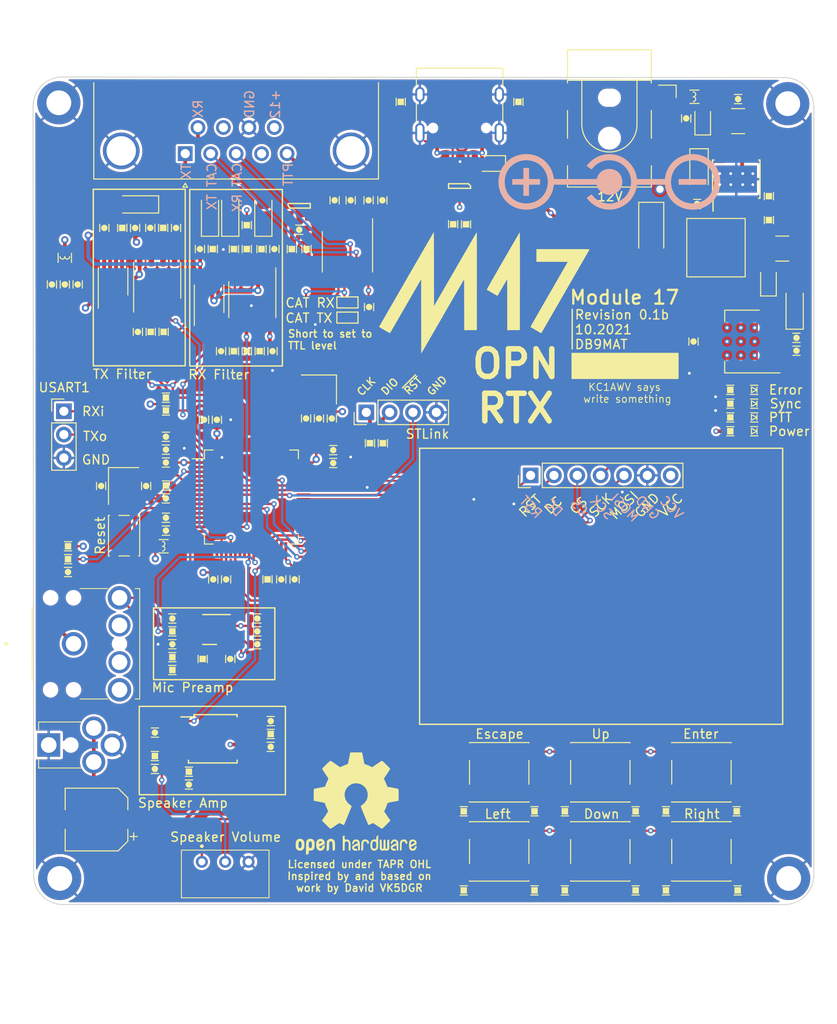
<source format=kicad_pcb>
(kicad_pcb (version 20210824) (generator pcbnew)
  (layers (0 "F.Cu" signal) (1 "In1.Cu" signal) (2 "In2.Cu" signal) (31 "B.Cu" signal) (34 "B.Paste" user) (35 "F.Paste" user) (36 "B.SilkS" user "B.Silkscreen") (37 "F.SilkS" user "F.Silkscreen") (38 "B.Mask" user) (39 "F.Mask" user) (44 "Edge.Cuts" user))
  (net 0 "")
  (net 1 "VDD")
  (net 2 "GND")
  (net 3 "Net-(C2-Pad2)")
  (net 4 "Net-(C3-Pad2)")
  (net 5 "Net-(C5-Pad2)")
  (net 6 "Net-(C6-Pad1)")
  (net 7 "Net-(C9-Pad2)")
  (net 8 "VDDA")
  (net 9 "+5V")
  (net 10 "BASEBAND_RX")
  (net 11 "Net-(C22-Pad1)")
  (net 12 "/Microcontroller/CLOCK")
  (net 13 "NRST")
  (net 14 "Net-(C29-Pad1)")
  (net 15 "AUDIO_SPK")
  (net 16 "VAA")
  (net 17 "Net-(C31-Pad1)")
  (net 18 "Net-(C32-Pad1)")
  (net 19 "Net-(C34-Pad2)")
  (net 20 "Net-(C36-Pad1)")
  (net 21 "Net-(C37-Pad1)")
  (net 22 "Net-(C39-Pad1)")
  (net 23 "Net-(C12-Pad1)")
  (net 24 "Net-(C20-Pad1)")
  (net 25 "Net-(C20-Pad2)")
  (net 26 "Net-(C21-Pad1)")
  (net 27 "Net-(C45-Pad2)")
  (net 28 "Net-(C49-Pad1)")
  (net 29 "Net-(C34-Pad1)")
  (net 30 "Net-(C35-Pad1)")
  (net 31 "Net-(C51-Pad1)")
  (net 32 "Net-(C52-Pad1)")
  (net 33 "Net-(C53-Pad1)")
  (net 34 "Net-(C53-Pad2)")
  (net 35 "Net-(C54-Pad1)")
  (net 36 "Net-(C55-Pad1)")
  (net 37 "Net-(C56-Pad1)")
  (net 38 "Net-(C35-Pad2)")
  (net 39 "Net-(C58-Pad1)")
  (net 40 "Net-(C36-Pad2)")
  (net 41 "Net-(D1-PadA)")
  (net 42 "Net-(D2-PadA)")
  (net 43 "Net-(D3-PadA)")
  (net 44 "Net-(D4-PadA)")
  (net 45 "Net-(C37-Pad2)")
  (net 46 "MIC")
  (net 47 "SPEAKER")
  (net 48 "Net-(C41-Pad1)")
  (net 49 "Net-(C57-Pad2)")
  (net 50 "Net-(C59-Pad1)")
  (net 51 "/Microcontroller/xUDP")
  (net 52 "Net-(J2-PadB5)")
  (net 54 "/Microcontroller/xUDN")
  (net 55 "Net-(J2-PadA5)")
  (net 57 "+12V")
  (net 58 "RADIO_TX")
  (net 59 "Net-(C62-Pad1)")
  (net 60 "Net-(C64-Pad1)")
  (net 62 "RADIO_PTT")
  (net 63 "RADIO_RX")
  (net 65 "Net-(C64-Pad2)")
  (net 66 "Net-(R2-Pad2)")
  (net 67 "SWDIO")
  (net 68 "SWCLK")
  (net 69 "Net-(R5-Pad2)")
  (net 70 "Net-(R6-Pad1)")
  (net 71 "BTN_UP")
  (net 72 "Net-(R10-Pad1)")
  (net 73 "BTN_DOWN")
  (net 74 "Net-(R11-Pad1)")
  (net 75 "Net-(R12-Pad1)")
  (net 76 "~{BOOT0}")
  (net 77 "BTN_LEFT")
  (net 78 "Net-(R17-Pad1)")
  (net 79 "Net-(R18-Pad1)")
  (net 80 "Net-(C65-Pad1)")
  (net 81 "BTN_RIGHT")
  (net 82 "FLASH_CS")
  (net 83 "SPI1_SCK")
  (net 84 "LED-PTT")
  (net 85 "LED-SYNC")
  (net 86 "LED-ERROR")
  (net 87 "Net-(R28-Pad1)")
  (net 88 "USB_DN")
  (net 89 "USB_DP")
  (net 90 "~{PTT_IN}")
  (net 91 "AUDIO_MIC")
  (net 92 "Net-(R41-Pad2)")
  (net 93 "BASEBAND_TX")
  (net 94 "Net-(D6-Pad2)")
  (net 95 "~{PTT_OUT}")
  (net 96 "Net-(D9-Pad2)")
  (net 97 "Net-(R50-Pad2)")
  (net 98 "SPK_MUTE")
  (net 99 "USART3_TX")
  (net 100 "CAT_TXout")
  (net 101 "CAT_RXin")
  (net 102 "USART3_RX")
  (net 103 "Net-(J9-Pad1)")
  (net 104 "Net-(J9-Pad2)")
  (net 105 "USART1_RX")
  (net 107 "USART1_TX")
  (net 108 "Net-(R1-Pad1)")
  (net 109 "Net-(R8-Pad1)")
  (net 110 "MIC_GAIN")
  (net 111 "BTN_ENT")
  (net 112 "Net-(R23-Pad1)")
  (net 113 "Net-(R36-Pad1)")
  (net 114 "Net-(R42-Pad1)")
  (net 115 "Net-(R44-Pad2)")
  (net 116 "I2C_SDA")
  (net 117 "I2C_SCL")
  (net 118 "~{MIC_MUTE}")
  (net 121 "Net-(U7-Pad2)")
  (net 124 "OLED_SPI_MOSI")
  (net 125 "OLED_SPI_SCK")
  (net 126 "OLED_DC")
  (net 127 "OLED_RST")
  (net 129 "OLED_CS")
  (net 136 "SPI1_MISO")
  (net 137 "SPI1_MOSI")
  (net 138 "Net-(R29-Pad1)")
  (footprint "pkl_dipol:R_0603" (layer "F.Cu") (at 115.95 122.4 180)
    (fp_text reference "R14")
    (fp_text value "470")
  )
  (footprint "pkl_dipol:C_0603" (layer "F.Cu") (at 89.1 71.25 90)
    (fp_text reference "C13")
    (fp_text value "100n")
  )
  (footprint "pkl_dipol:C_0603" (layer "F.Cu") (at 101.9 47.4 90)
    (fp_text reference "C39")
    (fp_text value "100n")
  )
  (footprint "pkl_dipol:C_0603" (layer "F.Cu") (at 81.4 78.45 90)
    (fp_text reference "C6")
    (fp_text value "18p")
  )
  (footprint "pkl_dipol:R_0603" (layer "F.Cu") (at 94.95 105.4 180)
    (fp_text reference "R33")
    (fp_text value "2k")
  )
  (footprint "pkl_dipol:R_0603" (layer "F.Cu") (at 137.95 122.4 180)
    (fp_text reference "R20")
    (fp_text value "470")
  )
  (footprint "pkl_dipol:L_0805" (layer "F.Cu") (at 83.3 85 180)
    (fp_text reference "FB1")
    (fp_text value "FB0805")
  )
  (footprint "pkl_dipol:C_0603" (layer "F.Cu") (at 141.35 47.8 180)
    (fp_text reference "C64")
    (fp_text value "10n")
  )
  (footprint "pkl_dipol:R_0603" (layer "F.Cu") (at 94.6 88.6 90)
    (fp_text reference "R5")
    (fp_text value "1k")
  )
  (footprint "pkl_dipol:R_0603" (layer "F.Cu") (at 93.95 52.7 -90)
    (fp_text reference "R41")
    (fp_text value "3k3")
  )
  (footprint "pkl_dipol:R_0603" (layer "F.Cu") (at 144.95 72.5 180)
    (fp_text reference "R24")
    (fp_text value "680R")
  )
  (footprint "Capacitor_Tantalum_SMD:CP_EIA-3216-18_Kemet-A" (layer "F.Cu") (at 88.35 49 90)
    (fp_text reference "C56")
    (fp_text value "22u")
  )
  (footprint "pkl_dipol:R_0603" (layer "F.Cu") (at 98.85 52.7 90)
    (fp_text reference "R49")
    (fp_text value "47k")
  )
  (footprint "pkl_dipol:R_0603" (layer "F.Cu") (at 88.65 52.7 90)
    (fp_text reference "R42")
    (fp_text value "10k")
  )
  (footprint "Package_SO:TI_SO-PowerPAD-8_ThermalVias" (layer "F.Cu") (at 145.6 45.1 90)
    (fp_text reference "U11")
    (fp_text value "TPS5431DDA")
  )
  (footprint "pkl_dipol:C_0603" (layer "F.Cu") (at 92.35 63.8 -90)
    (fp_text reference "C45")
    (fp_text value "10n")
  )
  (footprint "pkl_dipol:R_0603" (layer "F.Cu") (at 87.55 97.25 -90)
    (fp_text reference "R23")
    (fp_text value "100k")
  )
  (footprint "pkl_dipol:C_0603" (layer "F.Cu") (at 73.95 56.55 -90)
    (fp_text reference "C38")
    (fp_text value "100n")
  )
  (footprint "pkl_dipol:C_0603" (layer "F.Cu") (at 107.1 47.4 90)
    (fp_text reference "C41")
    (fp_text value "100n")
  )
  (footprint "pkl_dipol:C_0603" (layer "F.Cu") (at 83.55 83.3 180)
    (fp_text reference "C11")
    (fp_text value "100n")
  )
  (footprint "pkl_dipol:C_0603" (layer "F.Cu") (at 83.55 74.5 180)
    (fp_text reference "C16")
    (fp_text value "10n")
  )
  (footprint "pkl_dipol:C_0603" (layer "F.Cu") (at 88.7 88.6 -90)
    (fp_text reference "C1")
    (fp_text value "100n")
  )
  (footprint "pkl_dipol:C_0603" (layer "F.Cu") (at 93.5 92.85)
    (fp_text reference "C46")
    (fp_text value "100n")
  )
  (footprint "pkl_dipol:C_0603" (layer "F.Cu") (at 152.15 63.75)
    (fp_text reference "C25")
    (fp_text value "1u")
  )
  (footprint "pkl_dipol:R_0603" (layer "F.Cu") (at 82.35 107.8)
    (fp_text reference "R31")
    (fp_text value "10k")
  )
  (footprint "pkl_jumpers:J_0603" (layer "F.Cu") (at 103.3 58.5 180)
    (fp_text reference "J6")
    (fp_text value "CAT_RX")
  )
  (footprint "Oscillator:Oscillator_SMD_Abracon_ASE-4Pin_3.2x2.5mm" (layer "F.Cu") (at 100.2 67.9625 180)
    (fp_text reference "X1")
    (fp_text value "12 MHz TCXO")
  )
  (footprint "Connector_PinHeader_2.54mm:PinHeader_1x07_P2.54mm_Vertical" (layer "F.Cu") (at 123.225 77.3 90)
    (fp_text reference "J3")
    (fp_text value "OLED")
  )
  (footprint "pkl_dipol:R_0603" (layer "F.Cu") (at 137.95 113.8 180)
    (fp_text reference "R19")
    (fp_text value "470")
  )
  (footprint "pkl_dipol:C_0603" (layer "F.Cu") (at 105.65 59 -90)
    (fp_text reference "C42")
    (fp_text value "100n")
  )
  (footprint "pkl_dipol:D_0603" (layer "F.Cu") (at 147.55 71 180)
    (fp_text reference "D2")
    (fp_text value "PTT")
  )
  (footprint "pkl_dipol:C_0603" (layer "F.Cu") (at 101.75 75.95 180)
    (fp_text reference "C5")
    (fp_text value "2u2")
  )
  (footprint "Connector_PinHeader_2.54mm:PinHeader_1x03_P2.54mm_Vertical" (layer "F.Cu") (at 72.45 70.325)
    (fp_text reference "J10")
    (fp_text value "UART")
  )
  (footprint "pkl_dipol:C_0603" (layer "F.Cu") (at 87.25 52.7 90)
    (fp_text reference "C44")
    (fp_text value "100n")
  )
  (footprint "pkl_dipol:C_0603" (layer "F.Cu") (at 145.8 36.4 180)
    (fp_text reference "C63")
    (fp_text value "10u")
  )
  (footprint "M17-SmartMic:SJ12503A" (layer "F.Cu") (at 70.8 106.6)
    (fp_text reference "J1")
    (fp_text value "Kenwood-2.5" hide)
  )
  (footprint "MountingHole:MountingHole_2.7mm_M2.5_DIN965_Pad" (layer "F.Cu") (at 151.3 121.1)
    (fp_text reference "H4")
    (fp_text value "M3")
  )
  (footprint "pkl_dipol:R_0603" (layer "F.Cu") (at 109.1 36.7 -90)
    (fp_text reference "R16")
    (fp_text value "5k1")
  )
  (footprint "Package_TO_SOT_SMD:SOT-223-3_TabPin2" (layer "F.Cu") (at 146.25 62.75 180)
    (fp_text reference "U2")
    (fp_text value "LM1117-3.3")
  )
  (footprint "Diode_SMD:D_SOD-123" (layer "F.Cu") (at 141.55 44.05 -90)
    (fp_text reference "D7")
    (fp_text value "CDBA340L")
  )
  (footprint "pkl_dipol:L_0805" (layer "F.Cu") (at 72.55 53.65 90)
    (fp_text reference "FB3")
    (fp_text value "FB0805")
  )
  (footprint "pkl_dipol:R_0603" (layer "F.Cu") (at 83.25 50.4 -90)
    (fp_text reference "R40")
    (fp_text value "3k9")
  )
  (footprint "MountingHole:MountingHole_2.7mm_M2.5_DIN965_Pad" (layer "F.Cu") (at 72 121.1)
    (fp_text reference "H3")
    (fp_text value "M3")
  )
  (footprint "pkl_dipol:R_0603" (layer "F.Cu") (at 116.2 50.01 -90)
    (fp_text reference "R28")
    (fp_text value "27")
  )
  (footprint "pkl_dipol:R_0603" (layer "F.Cu") (at 78.8 50.4 -90)
    (fp_text reference "R44")
    (fp_text value "1k")
  )
  (footprint "Diode_SMD:D_SOD-128" (layer "F.Cu") (at 136.35 50.7 -90)
    (fp_text reference "D5")
    (fp_text value "PTVS20VP1UP,115")
  )
  (footprint "pkl_dipol:R_0603" (layer "F.Cu") (at 149.15 49.55 90)
    (fp_text reference "R50")
    (fp_text value "10k")
  )
  (footprint "pkl_dipol:R_0603" (layer "F.Cu") (at 83.3 61.7 90)
    (fp_text reference "R38")
    (fp_text value "39k")
  )
  (footprint "pkl_connectors:USB_C_Receptacle_HRO_TYPE-C-31-M-12" (layer "F.Cu") (at 115.5 36.94 180)
    (fp_text reference "J2")
    (fp_text value "USB_C")
  )
  (footprint "pkl_dipol:C_0603" (layer "F.Cu") (at 87.7 71.25 90)
    (fp_text reference "C14")
    (fp_text value "10n")
  )
  (footprint "pkl_dipol:C_0603" (layer "F.Cu") (at 86.05 110.9)
    (fp_text reference "C35")
    (fp_text value "15p")
  )
  (footprint "pkl_dipol:D_0603" (layer "F.Cu") (at 147.55 69.5 180)
    (fp_text reference "D3")
    (fp_text value "Sync")
  )
  (footprint "pkl_dipol:C_0603" (layer "F.Cu") (at 94.95 104)
    (fp_text reference "C36")
    (fp_text value "100n")
  )
  (footprint "pkl_dipol:R_0603" (layer "F.Cu") (at 149.15 46.95 90)
    (fp_text reference "R52")
    (fp_text value "3k24")
  )
  (footprint "pkl_housings_sot:SOT-23" (layer "F.Cu") (at 98.05 48 -90)
    (fp_text reference "Q1")
    (fp_text value "IRLML2060")
  )
  (footprint "pkl_dipol:C_0603" (layer "F.Cu") (at 76.85 50.4 90)
    (fp_text reference "C50")
    (fp_text value "100n")
  )
  (footprint "pkl_dipol:C_0603" (layer "F.Cu") (at 93.5 95.65)
    (fp_text reference "C29")
    (fp_text value "2u2")
  )
  (footprint "pkl_dipol:R_0603" (layer "F.Cu") (at 90.95 63.8 -90)
    (fp_text reference "R37")
    (fp_text value "3k9")
  )
  (footprint "pkl_dipol:C_0603" (layer "F.Cu") (at 76.5 78.45 90)
    (fp_text reference "C3")
    (fp_text value "18p")
  )
  (footprint "pkl_dipol:C_0603" (layer "F.Cu") (at 82.35 105.25 180)
    (fp_text reference "C31")
    (fp_text value "100n")
  )
  (footprint "Capacitor_Tantalum_SMD:CP_EIA-3216-18_Kemet-A" (layer "F.Cu") (at 94.15 49 90)
    (fp_text reference "C58")
    (fp_text value "22u")
  )
  (footprint "M17-SmartMic:3310C001503L" (layer "F.Cu") (at 87.46 119.295 -90)
    (fp_text reference "RV1")
    (fp_text value "100k" hide)
  )
  (footprint "pkl_dipol:R_0603" (layer "F.Cu") (at 84.25 94.25 180)
    (fp_text reference "R8")
    (fp_text value "0")
  )
  (footprint "pkl_dipol:R_0603" (layer "F.Cu") (at 123.65 122.4 180)
    (fp_text reference "R12")
    (fp_text value "10k")
  )
  (footprint "pkl_dipol:R_0603" (layer "F.Cu") (at 121.9 36.7 -90)
    (fp_text reference "R15")
    (fp_text value "5k1")
  )
  (footprint "pkl_dipol:C_0603" (layer "F.Cu") (at 84.25 92.85)
    (fp_text reference "C9")
    (fp_text value "100n")
  )
  (footprint "pkl_dipol:R_0603" (layer "F.Cu") (at 134.65 122.4 180)
    (fp_text reference "R9")
    (fp_text value "10k")
  )
  (footprint "pkl_dipol:C_0603" (layer "F.Cu") (at 83.55 75.9 180)
    (fp_text reference "C15")
    (fp_text value "100n")
  )
  (footprint "Diode_SMD:D_SOD-323" (layer "F.Cu") (at 149.1 56.3 90)
    (fp_text reference "D8")
    (fp_text value "BAT60A")
  )
  (footprint "Package_SO:TSSOP-16_4.4x5mm_P0.65mm" (layer "F.Cu") (at 103.3 53 -90)
    (fp_text reference "U5")
    (fp_text value "MAX3232")
  )
  (footprint "pkl_housings_sot:SOT-23-6" (layer "F.Cu") (at 115.5 45.85 90)
    (fp_text reference "U3")
    (fp_text value "USBLC6-2")
  )
  (footprint "Capacitor_Tantalum_SMD:CP_EIA-3216-18_Kemet-A" (layer "F.Cu") (at 151.95 59.1 90)
    (fp_text reference "C18")
    (fp_text value "10u")
  )
  (footprint "pkl_dipol:C_0603" (layer "F.Cu") (at 90.55 97.25 -90)
    (fp_text reference "C12")
    (fp_text value "100p")
  )
  (footprint "pkl_dipol:R_0603" (layer "F.Cu") (at 145.75 122.4 180)
    (fp_text reference "R18")
    (fp_text value "10k")
  )
  (footprint "pkl_dipol:C_0603" (layer "F.Cu") (at 84.65 50.4 90)
    (fp_text reference "C55")
    (fp_text value "680p")
  )
  (footprint "pkl_dipol:R_0603" (layer "F.Cu") (at 92.35 50.1 -90)
    (fp_text reference "R45")
    (fp_text value "22k")
  )
  (footprint "Symbol:OSHW-Logo2_14.6x12mm_SilkScreen" (layer "F.Cu") (at 104.25 112.95)
    (fp_text reference "REF**" hide)
    (fp_text value "OSHW-Logo2_14.6x12mm_SilkScreen" hide)
  )
  (footprint "pkl_jumpers:J_0603" (layer "F.Cu") (at 103.3 60.15)
    (fp_text reference "J4")
    (fp_text value "CAT_TX")
  )
  (footprint "Package_SO:MSOP-8_3x3mm_P0.65mm" (layer "F.Cu") (at 88.25 58.1 90)
    (fp_text reference "U8")
    (fp_text value "MCP4551-103")
  )
  (footprint "Capacitor_Tantalum_SMD:CP_EIA-3216-18_Kemet-A" (layer "F.Cu") (at 90.55 49 90)
    (fp_text reference "C59")
    (fp_text value "22u")
  )
  (footprint "pkl_dipol:R_0603" (layer "F.Cu") (at 83.55 78.4)
    (fp_text reference "R2")
    (fp_text value "220")
  )
  (footprint "pkl_dipol:C_0603" (layer "F.Cu") (at 140.95 62.75 -90)
    (fp_text reference "C23")
    (fp_text value "100n")
  )
  (footprint "pkl_dipol:D_0603" (layer "F.Cu") (at 147.55 68 180)
    (fp_text reference "D4")
    (fp_text value "Error")
  )
  (footprint "pkl_dipol:R_0603" (layer "F.Cu") (at 84.25 98.45)
    (fp_text reference "R30")
    (fp_text value "150k")
  )
  (footprint "pkl_dipol:R_0603" (layer "F.Cu") (at 93.75 63.8 90)
    (fp_text reference "R39")
    (fp_text value "39k")
  )
  (footprint "pkl_housings_soic:SOIC-8_5.3x5.3mm_Pitch1.27mm" (layer "F.Cu") (at 88.65 105.9)
    (fp_text reference "IC1")
    (fp_text value "LM4861MX")
  )
  (footprint "Connector_PinHeader_2.54mm:PinHeader_1x04_P2.54mm_Vertical" (layer "F.Cu") (at 105.35 70.45 90)
    (fp_text reference "J9")
    (fp_text value "STLink")
  )
  (footprint "pkl_dipol:R_0603" (layer "F.Cu") (at 145.65 113.8 180)
    (fp_text reference "R17")
    (fp_text value "10k")
  )
  (footprint "pkl_dipol:R_0603" (layer "F.Cu") (at 72.9 86.4 180)
    (fp_text reference "R35")
    (fp_text value "2k2")
  )
  (footprint "pkl_dipol:R_0603" (layer "F.Cu") (at 81.9 61.7 -90)
    (fp_text reference "R36")
    (fp_text value "3k3")
  )
  (footprint "pkl_dipol:C_0603" (layer "F.Cu") (at 80.5 61.7 90)
    (fp_text reference "C51")
    (fp_text value "10n")
  )
  (footprint "pkl_dipol:R_0603" (layer "F.Cu") (at 126.95 113.8 180)
    (fp_text reference "R7")
    (fp_text value "470")
  )
  (footprint "pkl_dipol:C_0603" (layer "F.Cu") (at 101.6 71.1125 90)
    (fp_text reference "C26")
    (fp_text value "4u7")
  )
  (footprint "pkl_dipol:C_0603" (layer "F.Cu") (at 105.6 47.4 -90)
    (fp_text reference "C34")
    (fp_text value "100n")
  )
  (footprint "pkl_dipol:C_0603" (layer "F.Cu") (at 98.8 71.1125 -90)
    (fp_text reference "C22")
    (fp_text value "100n")
  )
  (footprint "pkl_dipol:R_0603" (layer "F.Cu") (at 114.8 50.01 -90)
    (fp_text reference "R29")
    (fp_text value "27")
  )
  (footprint "pkl_dipol:R_0603" (layer "F.Cu") (at 144.95 71 180)
    (fp_text reference "R25")
    (fp_text value "680R")
  )
  (footprint "pkl_dipol:C_0603" (layer "F.Cu") (at 100.2 71.1125 90)
    (fp_text reference "C24")
    (fp_text value "100n")
  )
  (footprint "pkl_dipol:C_0603" (layer "F.Cu") (at 72.9 87.8)
    (fp_text reference "C32")
    (fp_text value "100n")
  )
  (footprint "Diode_SMD:D_SOD-323" (layer "F.Cu") (at 119 43.4 180)
    (fp_text reference "D9")
    (fp_text value "BAT60A")
  )
  (footprint "pkl_dipol:L_0805" (layer "F.Cu") (at 141.05 36.15 180)
    (fp_text reference "FB2")
    (fp_text value "FB0805")
  )
  (footprint "pkl_dipol:C_0603" (layer "F.Cu") (at 71.15 56.55 -90)
    (fp_text reference "C30")
    (fp_text value "22u")
  )
  (footprint "pkl_dipol:R_0603" (layer "F.Cu") (at 134.65 113.8 180)
    (fp_text reference "R6")
    (fp_text value "10k")
  )
  (footprint "pkl_dipol:C_0603" (layer "F.Cu") (at 81.85 50.4 -90)
    (fp_text reference "C53")
    (fp_text value "10n")
  )
  (footprint "pkl_dipol:C_0603" (layer "F.Cu") (at 83.55 81.9 180)
    (fp_text reference "C8")
    (fp_text value "1u")
  )
  (footprint "Package_SO:SOIC-8_3.9x4.9mm_P1.27mm" (layer "F.Cu") (at 92.95 58.2 -90)
    (fp_text reference "U7")
    (fp_text value "MCP602")
  )
  (footprint "pkl_dipol:C_0603" (layer "F.Cu") (at 103.65 47.4 90)
    (fp_text reference "C37")
    (fp_text value "100n")
  )
  (footprint "pkl_dipol:C_0603" (layer "F.Cu") (at 95.35 52.7 -90)
    (fp_text reference "C52")
    (fp_text value "10n")
  )
  (footprint "pkl_buttons_switches:SW_SPST_PTS645" (layer "F.Cu") (at 130.81 109.565)
    (fp_text reference "SW1")
    (fp_text value "Button Up")
  )
  (footprint "M17-SmartMic:M17-logo" (layer "F.Cu") (at 156.311166 100.186453)
    (fp_text reference "Ref**" hide)
    (fp_text value "Val**" hide)
  )
  (footprint "pkl_dipol:C_0603" (layer "F.Cu") (at 90.1 88.6 -90)
    (fp_text reference "C4")
    (fp_text value "10n")
  )
  (footprint "pkl_dipol:C_0603" (layer "F.Cu") (at 83.55 79.8)
    (fp_text reference "C27")
    (fp_text value "100n")
  )
  (footprint "pkl_dipol:C_0603" (layer "F.Cu") (at 83.55 73.1 180)
    (fp_text reference "C17")
    (fp_text value "1u")
  )
  (footprint "M17-SmartMic:SRR5018" (layer "F.Cu") (at 143.39205 52.55 180)
    (fp_text reference "L1")
    (fp_text value "15uH")
  )
  (footprint "pkl_dipol:R_0603" (layer "F.Cu") (at 84.25 97.05 180)
    (fp_text reference "R1")
    (fp_text value "2k2")
  )
  (footprint "pkl_dipol:C_0603" (layer "F.Cu") (at 97.55 88.6 -90)
    (fp_text reference "C10")
    (fp_text value "10n")
  )
  (footprint "pkl_dipol:R_0603" (layer "F.Cu") (at 144.95 69.5 180)
    (fp_text reference "R26")
    (fp_text value "680R")
  )
  (footprint "pkl_buttons_switches:SW_SPST_PTS645" (layer "F.Cu") (at 141.81 109.565)
    (fp_text reference "SW6")
    (fp_text value "Button Enter")
  )
  (footprint "M17-SmartMic:SJ13523N" (layer "F.Cu") (at 69 95.6)
    (fp_text reference "J5")
    (fp_text value "Kenwood-3.5" hide)
  )
  (footprint "pkl_dipol:R_0603" (layer "F.Cu") (at 90.95 52.7 -90)
    (fp_text reference "R46")
    (fp_text value "22k")
  )
  (footprint "pkl_dipol:C_0603" (layer "F.Cu") (at 84.25 95.65 180)
    (fp_text reference "C21")
    (fp_text value "470n")
  )
  (footprint "pkl_dipol:R_0603" (layer "F.Cu") (at 83.55 68.85)
    (fp_text reference "R48")
    (fp_text value "4k7")
  )
  (footprint "pkl_buttons_switches:SW_SPST_PTS645" (layer "F.Cu") (at 130.81 118.165)
    (fp_text reference "SW2")
    (fp_text value "Button Down")
  )
  (footprint "pkl_dipol:C_0603" (layer "F.Cu") (at 98.05 50.6)
    (fp_text reference "C54")
    (fp_text value "470p")
  )
  (footprint "Package_SO:MSOP-8_3x3mm_P0.65mm" (layer "F.Cu") (at 77.8 56.2 90)
    (fp_text reference "U9")
    (fp_text value "MCP4551-104")
  )
  (footprint "pkl_dipol:R_0603" (layer "F.Cu") (at 144.95 68 180)
    (fp_text reference "R27")
    (fp_text value "680R")
  )
  (footprint "Capacitor_Tantalum_SMD:CP_EIA-3216-18_Kemet-A" (layer "F.Cu") (at 80.45 47.85 180)
    (fp_text reference "C57")
    (fp_text value "22u")
  )
  (footprint "pkl_dipol:D_0603" (layer "F.Cu") (at 147.55 72.5 180)
    (fp_text reference "D1")
    (fp_text value "Power")
  )
  (footprint "pkl_buttons_switches:SW_SPST_PTS645" (layer "F.Cu") (at 119.81 118.165)
    (fp_text reference "SW5")
    (fp_text value "Button Left")
  )
  (footprint "pkl_dipol:R_0603" (layer "F.Cu") (at 72.9 85 180)
    (fp_text reference "R34")
    (fp_text value "10k")
  )
  (footprint "Diode_SMD:D_SOD-323" (layer "F.Cu") (at 141.95 38.8 90)
    (fp_text reference "D6")
    (fp_text value "BAT60A")
  )
  (footprint "pkl_dipol:R_0603" (layer "F.Cu") (at 83.55 70.25)
    (fp_text reference "R47")
    (fp_text value "4k7")
  )
  (footprint "Capacitor_SMD:C_1210_3225Metric" (layer "F.Cu") (at 150.6 52.65)
    (fp_text reference "C65")
    (fp_text value "220u")
  )
  (footprint "MountingHole:MountingHole_2.7mm_M2.5_DIN965_Pad" (layer "F.Cu") (at 151.2 36.9)
    (fp_text reference "H1")
    (fp_text value "M3")
  )
  (footprint "pkl_dipol:C_0603" (layer "F.Cu") (at 80.2 50.4 90)
    (fp_text reference "C60")
    (fp_text value "100n")
  )
  (footprint "pkl_buttons_switches:SW_SPST_PTS645" (layer "F.Cu") (at 141.81 118.165)
    (fp_text reference "SW7")
    (fp_text value "Button Right")
  )
  (footprint "pkl_dipol:C_0603" (layer "F.Cu") (at 96.1 88.6 90)
    (fp_text reference "C2")
    (fp_text value "2u2")
  )
  (footprint "pkl_dipol:R_0603" (layer "F.Cu") (at 115.95 113.8 180)
    (fp_text reference "R13")
    (fp_text value "470")
  )
  (footprint "pkl_dipol:R_0603" (layer "F.Cu") (at 126.95 122.4 180)
    (fp_text reference "R10")
    (fp_text value "470")
  )
  (footprint "pkl_dipol:C_0603" (layer "F.Cu") (at 101.75 74.55)
    (fp_text reference "C7")
    (fp_text value "100n")
  )
  (footprint "Package_SO:SOIC-8_3.9x4.9mm_P1.27mm" (layer "F.Cu") (at 82.6 56.1 90)
    (fp_text reference "U6")
    (fp_text value "MCP602")
  )
  (footprint "pkl_buttons_switches:SW_SPST_PTS645" (layer "F.Cu") (at 119.81 109.565)
    (fp_text reference "SW4")
    (fp_text value "Button Escape")
  )
  (footprint "pkl_buttons_switches:SW_SPST_3x4x2.5" (layer "F.Cu") (at 79 83.85 90)
    (fp_text reference "SW3")
    (fp_text value "Reset")
  )
  (footprint "pkl_dipol:R_0603" (layer "F.Cu") (at 107.15 73.8 90)
    (fp_text reference "R3")
    (fp_text value "22")
  )
  (footprint "pkl_dipol:R_0603" (layer "F.Cu") (at 92.35 52.7 90)
    (fp_text reference "R43")
    (fp_text value "22k")
  )
  (footprint "MountingHole:MountingHole_2.7mm_M2.5_DIN965_Pad" (layer "F.Cu") (at 71.9 36.8)
    (fp_text reference "H2")
    (fp_text value "M3")
  )
  (footprint "pkl_dipol:C_0603" (layer "F.Cu") (at 140.15 38.5 90)
    (fp_text reference "C61")
    (fp_text value "10n")
  )
  (footprint "pkl_dipol:R_0603" (layer "F.Cu") (at 105.75 73.8 90)
    (fp_text reference "R4")
    (fp_text value "22")
  )
  (footprint "pkl_dipol:C_0603" (layer "F.Cu") (at 82.35 109.2 180)
    (fp_text reference "C20")
    (fp_text value "220n")
  )
  (footprint "Package_QFP:LQFP-64_10x10mm_P0.5mm" (layer "F.Cu") (at 92.85 79.65)
    (fp_text reference "U10")
    (fp_text value "STM32F405RGTx")
  )
  (footprint "pkl_dipol:C_0603" (layer "F.Cu") (at 89.55 63.8 -90)
    (fp_text reference "C49")
    (fp_text value "680p")
  )
  (footprint "Capacitor_SMD:C_1210_3225Metric" (layer "F.Cu") (at 145.8 38.8)
    (fp_text reference "C62")
    (fp_text value "220u")
  )
  (footprint "pkl_dipol:R_0603" (layer "F.Cu") (at 123.65 113.8 180)
    (fp_text reference "R11")
    (fp_text value "10k")
  )
  (footprint "pkl_dipol:C_0603" (layer "F.Cu") (at 72.55 56.55 -90)
    (fp_text reference "C33")
    (fp_text value "1u")
  )
  (footprint "pkl_dipol:R_0603" (layer "F.Cu") (at 86.05 109.5)
    (fp_text reference "R32")
    (fp_text value "510k")
  )
  (footprint "pkl_dipol:C_0603" (layer "F.Cu") (at 95.15 63.8 -90)
    (fp_text reference "C48")
    (fp_text value "100n")
  )
  (footprint "pkl_dipol:C_0603" (layer "F.Cu") (at 94.95 106.8)
    (fp_text reference "C43")
    (fp_text value "100n")
  )
  (footprint "Crystal:Crystal_SMD_3225-4Pin_3.2x2.5mm" (layer "F.Cu") (at 78.95 78.45 -90)
    (fp_text reference "Y1")
    (fp_text value "8 MHz")
  )
  (footprint "Connector_BarrelJack:BarrelJack_CLIFF_FC681465S_SMT_Horizontal" (layer "F.Cu") (at 131.8 39.15 -90)
    (fp_text reference "J8")
    (fp_text value "+12V")
  )
  (footprint "pkl_dipol:C_0603" (layer "F.Cu") (at 152.15 62.35)
    (fp_text reference "C19")
    (fp_text value "100n")
  )
  (footprint "pkl_dipol:C_0603" (layer "F.Cu") (at 93.5 94.25)
    (fp_text reference "C47")
    (fp_text value "2u2")
  )
  (footprint "Package_DFN_QFN:DFN-14-1EP_3x3mm_P0.4mm_EP1.78x2.35mm" (layer "F.Cu") (at 89.05 94.05 180)
    (fp_text reference "U1")
    (fp_text value "MAX9814")
  )
  (footprint "Connector_Dsub:DSUB-9_Female_Horizontal_P2.77x2.84mm_EdgePinOffset4.94mm_Housed_MountingHolesOffset7.48mm" (layer "F.Cu") (at 85.65 42.330331 180)
    (fp_text reference "J7")
    (fp_text value "Radio")
  )
  (footprint "pkl_dipol:R_0603" (layer "F.Cu") (at 97.25 52.7 -90)
    (fp_text reference "R51")
    (fp_text value "330")
  )
  (footprint "Capacitor_SMD:CP_Elec_6.3x7.7" (layer "F.Cu") (at 76 114.7 180)
    (fp_text reference "C40")
    (fp_text value "470u")
  )
  (footprint "Symbol:Polarity_Center_Positive_6mm_SilkScreen" (layer "B.Cu") (at 131.8 45.4 180)
    (fp_text reference "REF**" hide)
    (fp_text value "Polarity_Center_Positive_6mm_SilkScreen" hide)
  )
  (gr_rect (start 127.75 64.05) (end 139.25 66.75) (layer "F.SilkS") (width 0.15) (fill solid))
  (gr_line (start 127.75 59.25) (end 127.75 63.55) (layer "F.SilkS") (width 0.15))
  (gr_rect (start 80.65 112) (end 96.55 102.4) (layer "F.SilkS") (width 0.15) (fill none))
  (gr_rect (start 85.65 46.2) (end 75.65 65.388688) (layer "F.SilkS") (width 0.15) (fill none))
  (gr_rect (start 96.219475 65.408078) (end 86.145 46.225) (layer "F.SilkS") (width 0.15) (fill none))
  (gr_rect (start 95.4 91.7) (end 82.2 99.5) (layer "F.SilkS") (width 0.15) (fill none))
  (gr_rect (start 111.15 74.35) (end 150.65 104.35) (layer "F.SilkS") (width 0.15) (fill none))
  (gr_arc (start 150.837258 37.262742) (end 154.037258 37.262742) (angle -90) (layer "Edge.Cuts") (width 0.1))
  (gr_line (start 72.362742 123.937258) (end 150.837258 123.937258) (layer "Edge.Cuts") (width 0.1))
  (gr_line (start 150.837258 34.062742) (end 72.3 34) (layer "Edge.Cuts") (width 0.1))
  (gr_arc (start 150.837258 120.737258) (end 150.837258 123.937258) (angle -90) (layer "Edge.Cuts") (width 0.1))
  (gr_arc (start 72.362742 120.737258) (end 69.162742 120.737258) (angle -90) (layer "Edge.Cuts") (width 0.1))
  (gr_arc (start 72.3 37.2) (end 72.3 34) (angle -90) (layer "Edge.Cuts") (width 0.1))
  (gr_line (start 69.1 37.2) (end 69.162742 120.737258) (layer "Edge.Cuts") (width 0.1))
  (gr_line (start 154.037258 120.737258) (end 154.037258 37.262742) (layer "Edge.Cuts") (width 0.1))
  (gr_text "VCC" (at 138.549492 80.8 315) (layer "B.SilkS") (effects (font (size 1 1)) (justify mirror)))
  (gr_text "+12" (at 95.45 36.95 90) (layer "B.SilkS") (effects (font (size 1 1)) (justify mirror)))
  (gr_text "TX" (at 85.75 44.25 90) (layer "B.SilkS") (effects (font (size 1 1)) (justify mirror)))
  (gr_text "CAT RX" (at 91.3 46 90) (layer "B.SilkS") (effects (font (size 1 1)) (justify mirror)))
  (gr_text "DC" (at 125.749492 80.8 315) (layer "B.SilkS") (effects (font (size 1 1)) (justify mirror)))
  (gr_text "CS" (at 128.499492 80.75 315) (layer "B.SilkS") (effects (font (size 1 1)) (justify mirror)))
  (gr_text "GND" (at 92.65 36.95 90) (layer "B.SilkS") (effects (font (size 1 1)) (justify mirror)))
  (gr_text "CAT TX" (at 88.55 45.9 90) (layer "B.SilkS") (effects (font (size 1 1)) (justify mirror)))
  (gr_text "PTT" (at 96.85 44.6 90) (layer "B.SilkS") (effects (font (size 1 1)) (justify mirror)))
  (gr_text "RX" (at 87.05 37.45 90) (layer "B.SilkS") (effects (font (size 1 1)) (justify mirror)))
  (gr_text "SCK" (at 130.949492 80.8 315) (layer "B.SilkS") (effects (font (size 1 1)) (justify mirror)))
  (gr_text "RST" (at 123.249492 80.75 315) (layer "B.SilkS") (effects (font (size 1 1)) (justify mirror)))
  (gr_text "MOSI" (at 133.449492 80.8 315) (layer "B.SilkS") (effects (font (size 1 1)) (justify mirror)))
  (gr_text "GND" (at 135.949492 80.8 315) (layer "B.SilkS") (effects (font (size 1 1)) (justify mirror)))
  (gr_text "Revision 0.1b\n10.2021\nDB9MAT" (at 127.95 61.45) (layer "F.SilkS") (effects (font (size 1 1)) (justify left)))
  (gr_text "TXo" (at 75.85 73.05) (layer "F.SilkS") (effects (font (size 1 1))))
  (gr_text "OPN\nRTX" (at 121.6 67.6) (layer "F.SilkS") (effects (font (size 3 3) (thickness 0.6))))
  (gr_text "Sync" (at 149.15 69.5) (layer "F.SilkS") (effects (font (size 1 1)) (justify left)))
  (gr_text "STLink" (at 112 72.8) (layer "F.SilkS") (effects (font (size 1 1))))
  (gr_text "Enter" (at 141.75 105.4) (layer "F.SilkS") (effects (font (size 1 1))))
  (gr_text "RX Filter" (at 89.3 66.35) (layer "F.SilkS") (effects (font (size 1 1))))
  (gr_text "GND" (at 135.9 80.55 45) (layer "F.SilkS") (effects (font (size 1 1))))
  (gr_text "Up" (at 130.85 105.4) (layer "F.SilkS") (effects (font (size 1 1))))
  (gr_text "Escape" (at 119.85 105.4) (layer "F.SilkS") (effects (font (size 1 1))))
  (gr_text "Power" (at 149.05 72.5) (layer "F.SilkS") (effects (font (size 1 1)) (justify left)))
  (gr_text "CLK" (at 105.35 67.65 45) (layer "F.SilkS") (effects (font (size 0.8 0.8))))
  (gr_text "Mic Preamp" (at 86.45 100.35) (layer "F.SilkS") (effects (font (size 1 1))))
  (gr_text "CAT TX" (at 101.75 60.2) (layer "F.SilkS") (effects (font (size 1 1)) (justify right)))
  (gr_text "~{RST}" (at 110.45 67.55 45) (layer "F.SilkS") (effects (font (size 0.8 0.8))))
  (gr_text "Licensed under TAPR OHL\nInspired by and based on\nwork by David VK5DGR" (at 104.6 120.85) (layer "F.SilkS") (effects (font (size 0.8 0.8))))
  (gr_text "USART1" (at 72.5 67.75) (layer "F.SilkS") (effects (font (size 1 1))))
  (gr_text "RXi" (at 75.65 70.35) (layer "F.SilkS") (effects (font (size 1 1))))
  (gr_text "SCK" (at 130.9 80.55 45) (layer "F.SilkS") (effects (font (size 1 1))))
  (gr_text "Left" (at 119.65 114.1) (layer "F.SilkS") (effects (font (size 1 1))))
  (gr_text "Module 17" (at 127.35 57.95) (layer "F.SilkS") (effects (font (size 1.5 1.5) (thickness 0.25)) (justify left)))
  (gr_text "Right" (at 141.85 114.1) (layer "F.SilkS") (effects (font (size 1 1))))
  (gr_text "Error" (at 149.05 68) (layer "F.SilkS") (effects (font (size 1 1)) (justify left)))
  (gr_text "Speaker Amp" (at 85.4 112.9) (layer "F.SilkS") (effects (font (size 1 1))))
  (gr_text "CAT RX" (at 102 58.55) (layer "F.SilkS") (effects (font (size 1 1)) (justify right)))
  (gr_text "PTT" (at 149.05 71) (layer "F.SilkS") (effects (font (size 1 1)) (justify left)))
  (gr_text "Reset" (at 76.4 83.85 90) (layer "F.SilkS") (effects (font (size 1 1))))
  (gr_text "KC1AWV says \nwrite something" (at 133.75 68.35) (layer "F.SilkS") (effects (font (size 0.8 0.8) (thickness 0.1))))
  (gr_text "DIO" (at 107.9 67.65 45) (layer "F.SilkS") (effects (font (size 0.8 0.8))))
  (gr_text "VCC" (at 138.5 80.55 45) (layer "F.SilkS") (effects (font (size 1 1))))
  (gr_text "CS" (at 128.45 80.6 45) (layer "F.SilkS") (effects (font (size 1 1))))
  (gr_text "GND" (at 113.05 67.55 45) (layer "F.SilkS") (effects (font (size 0.8 0.8))))
  (gr_text "RST" (at 123.2 80.6 45) (layer "F.SilkS") (effects (font (size 1 1))))
  (gr_text "TX Filter" (at 78.8 66.3) (layer "F.SilkS") (effects (font (size 1 1))))
  (gr_text "DC" (at 125.7 80.55 45) (layer "F.SilkS") (effects (font (size 1 1))))
  (gr_text "MOSI" (at 133.4 80.55 45) (layer "F.SilkS") (effects (font (size 1 1))))
  (gr_text "Down" (at 130.95 114.1) (layer "F.SilkS") (effects (font (size 1 1))))
  (gr_text "GND" (at 75.95 75.6) (layer "F.SilkS") (effects (font (size 1 1))))
  (gr_text "Speaker Volume" (at 90.05 116.6) (layer "F.SilkS") (effects (font (size 1 1))))
  (gr_text "Short to set to\nTTL level" (at 96.75 62.55) (layer "F.SilkS") (effects (font (size 0.8 0.8)) (justify left)))
  (gr_text "12V" (at 131.85 47) (layer "F.SilkS") (effects (font (size 1 1))))
  (segment (start 73.65 85) (end 74.55 85) (width 0.25) (layer "F.Cu") (net 1))
  (segment (start 150.7 63.75) (end 151.4 63.75) (width 0.4) (layer "F.Cu") (net 1))
  (segment (start 87.275 55.9875) (end 87.275 54.325) (width 0.4) (layer "F.Cu") (net 1))
  (segment (start 125.285 115.915) (end 126.83 115.915) (width 0.25) (layer "F.Cu") (net 1))
  (segment (start 142.35 62) (end 143.1 62.75) (width 0.4) (layer "F.Cu") (net 1))
  (segment (start 105.6 57.2) (end 105.6 58.2) (width 0.25) (layer "F.Cu") (net 1))
  (segment (start 101.25 68.7875) (end 101.25 70.0125) (width 0.25) (layer "F.Cu") (net 1))
  (segment (start 149.7 62.75) (end 150.7 63.75) (width 0.4) (layer "F.Cu") (net 1))
  (segment (start 96.6 86.45) (end 96.85 86.7) (width 0.25) (layer "F.Cu") (net 1))
  (segment (start 90.1 85.325) (end 90.1 87.85) (width 0.25) (layer "F.Cu") (net 1))
  (segment (start 105.6 58.2) (end 105.65 58.25) (width 0.25) (layer "F.Cu") (net 1))
  (segment (start 136.285 107.315) (end 134.79 107.315) (width 0.25) (layer "F.Cu") (net 1))
  (segment (start 137.83 107.315) (end 145.79 107.315) (width 0.25) (layer "F.Cu") (net 1))
  (segment (start 97.55 87.4) (end 96.85 86.7) (width 0.25) (layer "F.Cu") (net 1))
  (segment (start 99.9 74.95) (end 100.3 74.55) (width 0.25) (layer "F.Cu") (net 1))
  (segment (start 89.1 72.749993) (end 89.09998 72.749973) (width 0.25) (layer "F.Cu") (net 1))
  (segment (start 81.85 69.55) (end 82.75 69.55) (width 0.25) (layer "F.Cu") (net 1))
  (segment (start 144.2 72.5) (end 143.4 72.5) (width 0.4) (layer "F.Cu") (net 1))
  (segment (start 125.285 107.315) (end 123.79 107.315) (width 0.25) (layer "F.Cu") (net 1))
  (segment (start 99.9 75.55) (end 99.9 74.95) (width 0.25) (layer "F.Cu") (net 1))
  (segment (start 76.825 58.3125) (end 75.5875 58.3125) (width 0.4) (layer "F.Cu") (net 1))
  (segment (start 134.79 115.915) (end 136.285 115.915) (width 0.25) (layer "F.Cu") (net 1))
  (segment (start 149.4 62.75) (end 149.7 62.75) (width 0.4) (layer "F.Cu") (net 1))
  (segment (start 99.55 75.9) (end 99.9 75.55) (width 0.25) (layer "F.Cu") (net 1))
  (segment (start 100.3 74.55) (end 101 74.55) (width 0.25) (layer "F.Cu") (net 1))
  (segment (start 89.1 72) (end 87.7 72) (width 0.25) (layer "F.Cu") (net 1))
  (segment (start 72.55 52.75) (end 72.55 51.7) (width 0.4) (layer "F.Cu") (net 1))
  (segment (start 101.6 70.3625) (end 102.75 70.3625) (width 0.25) (layer "F.Cu") (net 1))
  (segment (start 82.4 85) (end 82.4 86.35) (width 0.25) (layer "F.Cu") (net 1))
  (segment (start 136.285 115.915) (end 137.83 115.915) (width 0.25) (layer "F.Cu") (net 1))
  (segment (start 75.5875 58.3125) (end 74.8 59.1) (width 0.4) (layer "F.Cu") (net 1))
  (segment (start 137.83 107.315) (end 136.285 107.315) (width 0.25) (layer "F.Cu") (net 1))
  (segment (start 87.275 53.475) (end 87.25 53.45) (width 0.4) (layer "F.Cu") (net 1))
  (segment (start 101.6 70.3625) (end 100.2 70.3625) (width 0.25) (layer "F.Cu") (net 1))
  (segment (start 82.8 68.85) (end 82.8 69.5) (width 0.25) (layer "F.Cu") (net 1))
  (segment (start 88.7 87.85) (end 90.1 87.85) (width 0.25) (layer "F.Cu") (net 1))
  (segment (start 123.79 107.315) (end 115.83 107.315) (width 0.25) (layer "F.Cu") (net 1))
  (segment (start 105.575 57.175) (end 105.6 57.2) (width 0.25) (layer "F.Cu") (net 1))
  (segment (start 101.25 70.0125) (end 101.6 70.3625) (width 0.25) (layer "F.Cu") (net 1))
  (segment (start 140.95 62) (end 142.35 62) (width 0.4) (layer "F.Cu") (net 1))
  (segment (start 82.75 69.55) (end 82.8 69.5) (width 0.25) (layer "F.Cu") (net 1))
  (segment (start 84.3 75.9) (end 85.5 75.9) (width 0.25) (layer "F.Cu") (net 1))
  (segment (start 105.575 55.8625) (end 105.575 57.175) (width 0.25) (layer "F.Cu") (net 1))
  (segment (start 98.525 75.9) (end 99.55 75.9) (width 0.25) (layer "F.Cu") (net 1))
  (segment (start 87.275 54.325) (end 87.275 53.475) (width 0.4) (layer "F.Cu") (net 1))
  (segment (start 126.83 107.315) (end 125.285 107.315) (width 0.25) (layer "F.Cu") (net 1))
  (segment (start 84.3 74.5) (end 84.3 75.9) (width 0.25) (layer "F.Cu") (net 1))
  (segment (start 87.175 75.9) (end 85.5 75.9) (width 0.25) (layer "F.Cu") (net 1))
  (segment (start 82.8 69.5) (end 82.8 70.25) (width 0.25) (layer "F.Cu") (net 1))
  (segment (start 137.83 115.915) (end 145.79 115.915) (width 0.25) (layer "F.Cu") (net 1))
  (segment (start 97.55 87.85) (end 97.55 87.4) (width 0.25) (layer "F.Cu") (net 1))
  (segment (start 123.79 115.915) (end 125.285 115.915) (width 0.25) (layer "F.Cu") (net 1))
  (segment (start 89.1 72.749953) (end 89.09998 72.749973) (width 0.25) (layer "F.Cu") (net 1))
  (segment (start 76.85 51.15) (end 76.85 54.0625) (width 0.4) (layer "F.Cu") (net 1))
  (segment (start 134.79 107.315) (end 126.83 107.315) (width 0.25) (layer "F.Cu") (net 1))
  (segment (start 76.85 54.0625) (end 76.825 54.0875) (width 0.4) (layer "F.Cu") (net 1))
  (segment (start 76.85 51.15) (end 75.15 51.15) (width 0.4) (layer "F.Cu") (net 1))
  (segment (start 88.7 87.85) (end 87.6 87.85) (width 0.25) (layer "F.Cu") (net 1))
  (segment (start 89.1 73.975) (end 89.1 72.749993) (width 0.25) (layer "F.Cu") (net 1))
  (segment (start 126.83 115.915) (end 134.79 115.915) (width 0.25) (layer "F.Cu") (net 1))
  (segment (start 84.3 73.1) (end 84.3 74.5) (width 0.25) (layer "F.Cu") (net 1))
  (segment (start 89.1 72) (end 89.1 72.749953) (width 0.25) (layer "F.Cu") (net 1))
  (segment (start 96.6 85.325) (end 96.6 86.45) (width 0.25) (layer "F.Cu") (net 1))
  (segment (start 75.15 51.15) (end 75.1 51.2) (width 0.4) (layer "F.Cu") (net 1))
  (segment (start 115.83 115.915) (end 123.79 115.915) (width 0.25) (layer "F.Cu") (net 1))
  (via (at 146.1 62.75) (size 0.6) (drill 0.3) (layers "F.Cu" "B.Cu") (net 1))
  (via (at 144.6 64.25) (size 0.6) (drill 0.3) (layers "F.Cu" "B.Cu") (net 1))
  (via (at 143.4 72.5) (size 0.6) (drill 0.3) (layers "F.Cu" "B.Cu") (net 1))
  (via (at 85.5 75.9) (size 0.8) (drill 0.4) (layers "F.Cu" "B.Cu") (net 1))
  (via (at 125.285 115.915) (size 0.6) (drill 0.3) (layers "F.Cu" "B.Cu") (net 1))
  (via (at 87.275 54.325) (size 0.6) (drill 0.3) (layers "F.Cu" "B.Cu") (net 1))
  (via (at 105.6 57.2) (size 0.6) (drill 0.3) (layers "F.Cu" "B.Cu") (net 1))
  (via (at 136.285 107.315) (size 0.6) (drill 0.3) (layers "F.Cu" "B.Cu") (net 1))
  (via (at 82.4 86.35) (size 0.8) (drill 0.4) (layers "F.Cu" "B.Cu") (net 1))
  (via (at 74.55 85) (size 0.8) (drill 0.4) (layers "F.Cu" "B.Cu") (net 1))
  (via (at 144.6 62.75) (size 0.6) (drill 0.3) (layers "F.Cu" "B.Cu") (net 1))
  (via (at 144.6 61.25) (size 0.6) (drill 0.3) (layers "F.Cu" "B.Cu") (net 1))
  (via (at 136.285 115.915) (size 0.6) (drill 0.3) (layers "F.Cu" "B.Cu") (net 1))
  (via (at 72.55 51.7) (size 0.8) (drill 0.4) (layers "F.Cu" "B.Cu") (net 1))
  (via (at 96.85 86.7) (size 0.6) (drill 0.3) (layers "F.Cu" "B.Cu") (net 1))
  (via (at 89.09998 72.749973) (size 0.8) (drill 0.4) (layers "F.Cu" "B.Cu") (net 1))
  (via (at 87.6 87.85) (size 0.8) (drill 0.4) (layers "F.Cu" "B.Cu") (net 1))
  (via (at 74.8 59.1) (size 0.8) (drill 0.4) (layers "F.Cu" "B.Cu") (net 1))
  (via (at 146.1 61.25) (size 0.6) (drill 0.3) (layers "F.Cu" "B.Cu") (net 1))
  (via (at 125.285 107.315) (size 0.6) (drill 0.3) (layers "F.Cu" "B.Cu") (net 1))
  (via (at 99.9 75.55) (size 0.8) (drill 0.4) (layers "F.Cu" "B.Cu") (net 1))
  (via (at 81.85 69.55) (size 0.8) (drill 0.4) (layers "F.Cu" "B.Cu") (net 1))
  (via (at 75.1 51.2) (size 0.8) (drill 0.4) (layers "F.Cu" "B.Cu") (net 1))
  (via (at 102.75 70.3625) (size 0.8) (drill 0.4) (layers "F.Cu" "B.Cu") (net 1))
  (via (at 147.6 64.25) (size 0.6) (drill 0.3) (layers "F.Cu" "B.Cu") (net 1))
  (via (at 147.6 61.25) (size 0.6) (drill 0.3) (layers "F.Cu" "B.Cu") (net 1))
  (via (at 146.1 64.25) (size 0.6) (drill 0.3) (layers "F.Cu" "B.Cu") (net 1))
  (via (at 147.6 62.75) (size 0.6) (drill 0.3) (layers "F.Cu" "B.Cu") (net 1))
  (segment (start 75.825 54.325) (end 75.1 53.6) (width 0.4) (layer "B.Cu") (net 1))
  (segment (start 75.1 53.6) (end 75.1 51.2) (width 0.4) (layer "B.Cu") (net 1))
  (segment (start 87.275 54.325) (end 75.825 54.325) (width 0.4) (layer "B.Cu") (net 1))
  (segment (start 146.235 42.4) (end 146.235 44.435) (width 0.4) (layer "F.Cu") (net 2))
  (segment (start 146.235 44.435) (end 146.3 44.5) (width 0.4) (layer "F.Cu") (net 2))
  (segment (start 143.8 45.7) (end 141.55 45.7) (width 0.8) (layer "F.Cu") (net 2))
  (segment (start 90.525 94.05) (end 89.05 94.05) (width 0.25) (layer "F.Cu") (net 2))
  (segment (start 83.5 95.65) (end 82.7 95.65) (width 0.25) (layer "F.Cu") (net 2))
  (segment (start 87.575 94.05) (end 89.05 94.05) (width 0.25) (layer "F.Cu") (net 2))
  (via (at 121.4 80.4) (size 0.6) (drill 0.3) (layers "F.Cu" "B.Cu") (net 2))
  (via (at 90.6 71.25) (size 0.6) (drill 0.3) (layers "F.Cu" "B.Cu") (net 2))
  (via (at 99.8 60.9) (size 0.6) (drill 0.3) (layers "F.Cu" "B.Cu") (net 2))
  (via (at 117.05 79.9) (size 0.6) (drill 0.3) (layers "F.Cu" "B.Cu") (net 2))
  (via (at 140.5 66.2) (size 0.6) (drill 0.3) (layers "F.Cu" "B.Cu") (net 2))
  (via (at 105.45 78.6) (size 0.6) (drill 0.3) (layers "F.Cu" "B.Cu") (net 2))
  (via (at 95.15 65.9) (size 0.6) (drill 0.3) (layers "F.Cu" "B.Cu") (net 2))
  (via (at 115.55 43.2) (size 0.6) (drill 0.3) (layers "F.Cu" "B.Cu") (net 2))
  (via (at 143.35 70.25) (size 0.6) (drill 0.3) (layers "F.Cu" "B.Cu") (net 2))
  (via (at 89.8 52.75) (size 0.6) (drill 0.3) (layers "F.Cu" "B.Cu") (net 2))
  (via (at 103.65 75.3) (size 0.6) (drill 0.3) (layers "F.Cu" "B.Cu") (net 2))
  (via (at 92.85 58.85) (size 0.6) (drill 0.3) (layers "F.Cu" "B.Cu") (net 2))
  (via (at 82.7 95.65) (size 0.6) (drill 0.3) (layers "F.Cu" "B.Cu") (net 2))
  (via (at 143.35 68.75) (size 0.6) (drill 0.3) (layers "F.Cu" "B.Cu") (net 2))
  (via (at 85.55 74.35) (size 0.6) (drill 0.3) (layers "F.Cu" "B.Cu") (net 2))
  (via (at 133.2 79.1) (size 0.6) (drill 0.3) (layers "F.Cu" "B.Cu") (net 2))
  (via (at 81.5 80.2) (size 0.6) (drill 0.3) (layers "F.Cu" "B.Cu") (net 2))
  (via (at 89.65 75.35) (size 0.6) (drill 0.3) (layers "F.Cu" "B.Cu") (net 2))
  (segment (start 96.1 85.325) (end 96.1 87.85) (width 0.25) (layer "F.Cu") (net 3))
  (segment (start 77.75 77.7) (end 78.1 77.35) (width 0.25) (layer "F.Cu") (net 4))
  (segment (start 84.85 77.3) (end 85.45 77.9) (width 0.25) (layer "F.Cu") (net 4))
  (segment (start 78.1 77.35) (end 78.1 76.25) (width 0.25) (layer "F.Cu") (net 4))
  (segment (start 82.6 77.3) (end 84.85 77.3) (width 0.25) (layer "F.Cu") (net 4))
  (segment (start 78.1 76.25) (end 78.65 75.7) (width 0.25) (layer "F.Cu") (net 4))
  (segment (start 85.45 77.9) (end 87.175 77.9) (width 0.25) (layer "F.Cu") (net 4))
  (segment (start 76.5 77.7) (end 77.75 77.7) (width 0.25) (layer "F.Cu") (net 4))
  (segment (start 78.65 75.7) (end 81 75.7) (width 0.25) (layer "F.Cu") (net 4))
  (segment (start 81 75.7) (end 82.6 77.3) (width 0.25) (layer "F.Cu") (net 4))
  (segment (start 98.525 76.4) (end 100.55 76.4) (width 0.25) (layer "F.Cu") (net 5))
  (segment (start 100.55 76.4) (end 101 75.95) (width 0.25) (layer "F.Cu") (net 5))
  (segment (start 81.4 79.2) (end 81.7 79.2) (width 0.25) (layer "F.Cu") (net 6))
  (segment (start 82.5 78.4) (end 82.8 78.4) (width 0.25) (layer "F.Cu") (net 6))
  (segment (start 80.15 79.2) (end 79.8 79.55) (width 0.25) (layer "F.Cu") (net 6))
  (segment (start 81.4 79.2) (end 80.15 79.2) (width 0.25) (layer "F.Cu") (net 6))
  (segment (start 81.7 79.2) (end 82.5 78.4) (width 0.25) (layer "F.Cu") (net 6))
  (segment (start 87.575 92.85) (end 85 92.85) (width 0.25) (layer "F.Cu") (net 7))
  (segment (start 84.3 81.9) (end 84.3 83.3) (width 0.25) (layer "F.Cu") (net 8))
  (segment (start 84.3 83.3) (end 84.3 84.9) (width 0.25) (layer "F.Cu") (net 8))
  (segment (start 87.175 81.9) (end 84.3 81.9) (width 0.25) (layer "F.Cu") (net 8))
  (segment (start 84.3 84.9) (end 84.2 85) (width 0.25) (layer "F.Cu") (net 8))
  (segment (start 90.55 106.55) (end 92.035 106.55) (width 0.4) (layer "F.Cu") (net 9))
  (segment (start 134 57.35) (end 125.425 48.775) (width 0.4) (layer "F.Cu") (net 9))
  (segment (start 151.4 61) (end 151.95 60.45) (width 0.4) (layer "F.Cu") (net 9))
  (segment (start 115.5 46.95) (end 115.5 48.15) (width 0.25) (layer "F.Cu") (net 9))
  (segment (start 149.4 60.45) (end 151.95 60.45) (width 0.4) (layer "F.Cu") (net 9))
  (segment (start 149.1 60.15) (end 149.4 60.45) (width 0.4) (layer "F.Cu") (net 9))
  (segment (start 93.485 106.535) (end 92.05 106.535) (width 0.4) (layer "F.Cu") (net 9))
  (segment (start 92.035 106.55) (end 92.05 106.535) (width 0.4) (layer "F.Cu") (net 9))
  (segment (start 149.1 57.35) (end 134 57.35) (width 0.4) (layer "F.Cu") (net 9))
  (segment (start 93.75 106.8) (end 93.485 106.535) (width 0.4) (layer "F.Cu") (net 9))
  (segment (start 149.1 57.35) (end 149.1 60.15) (width 0.4) (layer "F.Cu") (net 9))
  (segment (start 125.425 48.775) (end 120.05 43.4) (width 0.4) (layer "F.Cu") (net 9))
  (segment (start 94.2 106.8) (end 93.75 106.8) (width 0.4) (layer "F.Cu") (net 9))
  (segment (start 151.4 62.35) (end 151.4 61) (width 0.4) (layer "F.Cu") (net 9))
  (via (at 115.5 48.15) (size 0.6) (drill 0.3) (layers "F.Cu" "B.Cu") (net 9))
  (via (at 125.425 48.775) (size 0.6) (drill 0.3) (layers "F.Cu" "B.Cu") (net 9))
  (via (at 90.55 106.55) (size 0.6) (drill 0.3) (layers "F.Cu" "B.Cu") (net 9))
  (segment (start 92.315 62.235) (end 92.315 63.015) (width 0.4) (layer "F.Cu") (net 10))
  (segment (start 92.315 60.675) (end 92.315 62.235) (width 0.4) (layer "F.Cu") (net 10))
  (segment (start 92.315 60.675) (end 93.585 60.675) (width 0.4) (layer "F.Cu") (net 10))
  (segment (start 87.175 82.9) (end 92.35 82.9) (width 0.25) (layer "F.Cu") (net 10))
  (segment (start 92.315 63.015) (end 92.35 63.05) (width 0.4) (layer "F.Cu") (net 10))
  (via (at 92.35 82.9) (size 0.6) (drill 0.3) (layers "F.Cu" "B.Cu") (net 10))
  (via (at 92.315 62.235) (size 0.6) (drill 0.3) (layers "F.Cu" "B.Cu") (net 10))
  (segment (start 92.35 82.9) (end 92.35 62.27) (width 0.25) (layer "B.Cu") (net 10))
  (segment (start 92.35 62.27) (end 92.315 62.235) (width 0.25) (layer "B.Cu") (net 10))
  (segment (start 98.8 69.1375) (end 99.15 68.7875) (width 0.25) (layer "F.Cu") (net 11))
  (segment (start 98.8 70.3625) (end 98.8 69.1375) (width 0.25) (layer "F.Cu") (net 11))
  (segment (start 96.6375 71.8625) (end 98.8 71.8625) (width 0.25) (layer "F.Cu") (net 12))
  (segment (start 96.1 72.4) (end 96.6375 71.8625) (width 0.25) (layer "F.Cu") (net 12))
  (segment (start 96.1 73.975) (end 96.1 72.4) (width 0.25) (layer "F.Cu") (net 12))
  (segment (start 83.95 80.85) (end 84.3 80.5) (width 0.25) (layer "F.Cu") (net 13))
  (segment (start 91.1 79.4) (end 96.9255 79.4) (width 0.25) (layer "F.Cu") (net 13))
  (segment (start 80.125 81.55) (end 80.825 80.85) (width 0.25) (layer "F.Cu") (net 13))
  (segment (start 85.25 79.8) (end 84.3 79.8) (width 0.25) (layer "F.Cu") (net 13))
  (segment (start 90.6 78.9) (end 91.1 79.4) (width 0.25) (layer "F.Cu") (net 13))
  (segment (start 86.15 78.9) (end 85.25 79.8) (width 0.25) (layer "F.Cu") (net 13))
  (segment (start 87.175 78.9) (end 86.15 78.9) (width 0.25) (layer "F.Cu") (net 13))
  (segment (start 84.3 80.5) (end 84.3 79.8) (width 0.25) (layer "F.Cu") (net 13))
  (segment (start 80.825 80.85) (end 83.95 80.85) (width 0.25) (layer "F.Cu") (net 13))
  (segment (start 96.9255 79.4) (end 97 79.4745) (width 0.25) (layer "F.Cu") (net 13))
  (segment (start 80.125 81.55) (end 80.125 86.15) (width 0.25) (layer "F.Cu") (net 13))
  (segment (start 87.175 78.9) (end 90.6 78.9) (width 0.25) (layer "F.Cu") (net 13))
  (via (at 97 79.4745) (size 0.6) (drill 0.3) (layers "F.Cu" "B.Cu") (net 13))
  (segment (start 106.4755 79.4745) (end 110.43 75.52) (width 0.25) (layer "B.Cu") (net 13))
  (segment (start 110.43 75.52) (end 110.43 70.45) (width 0.25) (layer "B.Cu") (net 13))
  (segment (start 97 79.4745) (end 106.4755 79.4745) (width 0.25) (layer "B.Cu") (net 13))
  (segment (start 90.525 94.45) (end 91.25 94.45) (width 0.25) (layer "F.Cu") (net 14))
  (segment (start 91.25 94.45) (end 92.45 95.65) (width 0.25) (layer "F.Cu") (net 14))
  (segment (start 92.45 95.65) (end 92.75 95.65) (width 0.25) (layer "F.Cu") (net 14))
  (segment (start 87.46 115.54) (end 87.46 119.295) (width 0.25) (layer "F.Cu") (net 15))
  (segment (start 91.1 85.325) (end 91.1 86.55) (width 0.25) (layer "F.Cu") (net 15))
  (segment (start 97 101.35) (end 97.8 102.15) (width 0.25) (layer "F.Cu") (net 15))
  (segment (start 97.8 102.15) (end 97.8 113.15) (width 0.25) (layer "F.Cu") (net 15))
  (segment (start 95.8 90.9) (end 97 92.1) (width 0.25) (layer "F.Cu") (net 15))
  (segment (start 92.05 87.5) (end 92.05 90.15) (width 0.25) (layer "F.Cu") (net 15))
  (segment (start 91.1 86.55) (end 92.05 87.5) (width 0.25) (layer "F.Cu") (net 15))
  (segment (start 97 92.1) (end 97 101.35) (width 0.25) (layer "F.Cu") (net 15))
  (segment (start 96.3 114.65) (end 88.35 114.65) (width 0.25) (layer "F.Cu") (net 15))
  (segment (start 92.8 90.9) (end 95.8 90.9) (width 0.25) (layer "F.Cu") (net 15))
  (segment (start 88.35 114.65) (end 87.46 115.54) (width 0.25) (layer "F.Cu") (net 15))
  (segment (start 92.05 90.15) (end 92.8 90.9) (width 0.25) (layer "F.Cu") (net 15))
  (segment (start 97.8 113.15) (end 96.3 114.65) (width 0.25) (layer "F.Cu") (net 15))
  (segment (start 80.695 55.405) (end 80.65 55.45) (width 0.4) (layer "F.Cu") (net 16))
  (segment (start 80.695 53.625) (end 80.695 55.405) (width 0.4) (layer "F.Cu") (net 16))
  (segment (start 92.75 93.6) (end 92.75 94.25) (width 0.25) (layer "F.Cu") (net 16))
  (segment (start 92.75 93.6) (end 92.7 93.65) (width 0.25) (layer "F.Cu") (net 16))
  (segment (start 92.75 92.85) (end 92.75 93.6) (width 0.25) (layer "F.Cu") (net 16))
  (segment (start 72.55 55.8) (end 73.95 55.8) (width 0.4) (layer "F.Cu") (net 16))
  (segment (start 91.7 93.65) (end 90.525 93.65) (width 0.25) (layer "F.Cu") (net 16))
  (segment (start 80.3 55.8) (end 80.65 55.45) (width 0.4) (layer "F.Cu") (net 16))
  (segment (start 94.855 62.195) (end 94.855 62.755) (width 0.4) (layer "F.Cu") (net 16))
  (segment (start 92.7 93.65) (end 91.7 93.65) (width 0.25) (layer "F.Cu") (net 16))
  (segment (start 80.2 51.15) (end 80.2 51.8) (width 0.4) (layer "F.Cu") (net 16))
  (segment (start 94.855 62.755) (end 95.15 63.05) (width 0.4) (layer "F.Cu") (net 16))
  (segment (start 92.35 49.35) (end 92.35 48.45) (width 0.25) (layer "F.Cu") (net 16))
  (segment (start 80.2 51.8) (end 80.35 51.95) (width 0.4) (layer "F.Cu") (net 16))
  (segment (start 72.55 54.55) (end 72.55 55.8) (width 0.4) (layer "F.Cu") (net 16))
  (segment (start 71.15 55.8) (end 72.55 55.8) (width 0.4) (layer "F.Cu") (net 16))
  (segment (start 73.95 55.8) (end 80.3 55.8) (width 0.4) (layer "F.Cu") (net 16))
  (segment (start 94.855 60.675) (end 94.855 62.195) (width 0.4) (layer "F.Cu") (net 16))
  (via (at 91.7 93.65) (size 0.6) (drill 0.3) (layers "F.Cu" "B.Cu") (net 16))
  (via (at 94.855 62.195) (size 0.6) (drill 0.3) (layers "F.Cu" "B.Cu") (net 16))
  (via (at 80.35 51.95) (size 0.8) (drill 0.4) (layers "F.Cu" "B.Cu") (net 16))
  (via (at 80.65 55.45) (size 0.8) (drill 0.4) (layers "F.Cu" "B.Cu") (net 16))
  (via (at 92.35 48.45) (size 0.6) (drill 0.3) (layers "F.Cu" "B.Cu") (net 16))
  (segment (start 85.25 105.265) (end 85.25 106.535) (width 0.4) (layer "F.Cu") (net 17))
  (segment (start 83.115 105.265) (end 83.1 105.25) (width 0.4) (layer "F.Cu") (net 17))
  (segment (start 85.25 105.265) (end 83.115 105.265) (width 0.4) (layer "F.Cu") (net 17))
  (segment (start 72.15 94.25) (end 72.15 87.8) (width 0.4) (layer "F.Cu") (net 18))
  (segment (start 72.15 86.4) (end 72.15 87.8) (width 0.25) (layer "F.Cu") (net 18))
  (segment (start 73.5 95.6) (end 72.15 94.25) (width 0.4) (layer "F.Cu") (net 18))
  (segment (start 72.15 85) (end 72.15 86.4) (width 0.25) (layer "F.Cu") (net 18))
  (segment (start 105.575 48.175) (end 105.6 48.15) (width 0.25) (layer "F.Cu") (net 19))
  (segment (start 105.575 50.1375) (end 105.575 48.175) (width 0.25) (layer "F.Cu") (net 19))
  (segment (start 92.055 104) (end 92.05 103.995) (width 0.4) (layer "F.Cu") (net 20))
  (segment (start 94.2 104) (end 92.055 104) (width 0.4) (layer "F.Cu") (net 20))
  (segment (start 103.625 48.175) (end 103.65 48.15) (width 0.25) (layer "F.Cu") (net 21))
  (segment (start 103.625 50.1375) (end 103.625 48.175) (width 0.25) (layer "F.Cu") (net 21))
  (segment (start 101.9 48.65) (end 101.9 48.15) (width 0.25) (layer "F.Cu") (net 22))
  (segment (start 102.325 50.1375) (end 102.325 49.075) (width 0.25) (layer "F.Cu") (net 22))
  (segment (start 102.325 49.075) (end 101.9 48.65) (width 0.25) (layer "F.Cu") (net 22))
  (segment (start 90.525 96.475) (end 90.55 96.5) (width 0.25) (layer "F.Cu") (net 23))
  (segment (start 90.525 95.25) (end 90.525 96.475) (width 0.25) (layer "F.Cu") (net 23))
  (segment (start 83.1 109.2) (end 83.1 110.4) (width 0.25) (layer "F.Cu") (net 24))
  (via (at 83.1 110.4) (size 0.6) (drill 0.3) (layers "F.Cu" "B.Cu") (net 24))
  (segment (start 90 114.8) (end 90 119.295) (width 0.25) (layer "B.Cu") (net 24))
  (segment (start 83.1 112.8) (end 84.4 114.1) (width 0.25) (layer "B.Cu") (net 24))
  (segment (start 84.4 114.1) (end 89.3 114.1) (width 0.25) (layer "B.Cu") (net 24))
  (segment (start 83.1 110.4) (end 83.1 112.8) (width 0.25) (layer "B.Cu") (net 24))
  (segment (start 89.3 114.1) (end 90 114.8) (width 0.25) (layer "B.Cu") (net 24))
  (segment (start 81.6 107.8) (end 81.6 109.2) (width 0.4) (layer "F.Cu") (net 25))
  (segment (start 87.575 94.45) (end 86.65 94.45) (width 0.25) (layer "F.Cu") (net 26))
  (segment (start 86.65 94.45) (end 85.45 95.65) (width 0.25) (layer "F.Cu") (net 26))
  (segment (start 85.45 95.65) (end 85 95.65) (width 0.25) (layer "F.Cu") (net 26))
  (segment (start 90.95 64.55) (end 92.35 64.55) (width 0.4) (layer "F.Cu") (net 27))
  (segment (start 92.35 64.55) (end 93.75 64.55) (width 0.4) (layer "F.Cu") (net 27))
  (segment (start 91.045 62.955) (end 90.95 63.05) (width 0.4) (layer "F.Cu") (net 28))
  (segment (start 91.045 60.675) (end 91.045 62.955) (width 0.4) (layer "F.Cu") (net 28))
  (segment (start 89.55 63.05) (end 90.95 63.05) (width 0.4) (layer "F.Cu") (net 28))
  (segment (start 104.65 46.95) (end 104.95 46.65) (width 0.25) (layer "F.Cu") (net 29))
  (segment (start 104.65 48.65) (end 104.65 46.95) (width 0.25) (layer "F.Cu") (net 29))
  (segment (start 104.275 49.025) (end 104.65 48.65) (width 0.25) (layer "F.Cu") (net 29))
  (segment (start 104.95 46.65) (end 105.6 46.65) (width 0.25) (layer "F.Cu") (net 29))
  (segment (start 104.275 50.1375) (end 104.275 49.025) (width 0.25) (layer "F.Cu") (net 29))
  (segment (start 85.3 109.5) (end 85.3 107.855) (width 0.4) (layer "F.Cu") (net 30))
  (segment (start 85.3 109.5) (end 85.3 110.9) (width 0.4) (layer "F.Cu") (net 30))
  (segment (start 85.25 107.805) (end 83.105 107.805) (width 0.4) (layer "F.Cu") (net 30))
  (segment (start 85.3 107.855) (end 85.25 107.805) (width 0.4) (layer "F.Cu") (net 30))
  (segment (start 83.105 107.805) (end 83.1 107.8) (width 0.4) (layer "F.Cu") (net 30))
  (segment (start 81.9 62.45) (end 80.5 62.45) (width 0.4) (layer "F.Cu") (net 31))
  (segment (start 83.3 62.45) (end 81.9 62.45) (width 0.4) (layer "F.Cu") (net 31))
  (segment (start 94.15952 59.79048) (end 96.15 57.8) (width 0.25) (layer "F.Cu") (net 32))
  (segment (start 96.15 57.8) (end 96.15 52.75) (width 0.25) (layer "F.Cu") (net 32))
  (segment (start 96.15 52.75) (end 95.35 51.95) (width 0.25) (layer "F.Cu") (net 32))
  (segment (start 95.35 51.95) (end 93.95 51.95) (width 0.4) (layer "F.Cu") (net 32))
  (segment (start 94.15952 62.64048) (end 94.15952 59.79048) (width 0.25) (layer "F.Cu") (net 32))
  (segment (start 93.75 63.05) (end 94.15952 62.64048) (width 0.25) (layer "F.Cu") (net 32))
  (segment (start 85.05 61.45) (end 85.9 60.6) (width 0.25) (layer "F.Cu") (net 33))
  (segment (start 85.9 60.6) (end 85.9 50.95) (width 0.25) (layer "F.Cu") (net 33))
  (segment (start 83.3 60.95) (end 83.8 61.45) (width 0.25) (layer "F.Cu") (net 33))
  (segment (start 85.9 50.95) (end 85.3 50.35) (width 0.25) (layer "F.Cu") (net 33))
  (segment (start 83.8 61.45) (end 85.05 61.45) (width 0.25) (layer "F.Cu") (net 33))
  (segment (start 81.85 49.65) (end 83.25 49.65) (width 0.4) (layer "F.Cu") (net 33))
  (segment (start 83.55 50.35) (end 83.25 50.05) (width 0.25) (layer "F.Cu") (net 33))
  (segment (start 83.25 50.05) (end 83.25 49.65) (width 0.25) (layer "F.Cu") (net 33))
  (segment (start 85.3 50.35) (end 83.55 50.35) (width 0.25) (layer "F.Cu") (net 33))
  (segment (start 81.05048 50.35048) (end 81.05048 48.59952) (width 0.4) (layer "F.Cu") (net 34))
  (segment (start 81.85 51.15) (end 81.05048 50.35048) (width 0.4) (layer "F.Cu") (net 34))
  (segment (start 81.965 53.625) (end 81.965 51.265) (width 0.4) (layer "F.Cu") (net 34))
  (segment (start 81.05048 48.59952) (end 81.8 47.85) (width 0.4) (layer "F.Cu") (net 34))
  (segment (start 81.965 51.265) (end 81.85 51.15) (width 0.4) (layer "F.Cu") (net 34))
  (segment (start 83.235 53.625) (end 81.965 53.625) (width 0.4) (layer "F.Cu") (net 34))
  (segment (start 97.3 50.6) (end 97.3 49.3) (width 0.4) (layer "F.Cu") (net 35))
  (segment (start 97.25 50.65) (end 97.3 50.6) (width 0.4) (layer "F.Cu") (net 35))
  (segment (start 97.25 51.95) (end 97.25 50.65) (width 0.4) (layer "F.Cu") (net 35))
  (segment (start 97.3 49.3) (end 97.1 49.1) (width 0.4) (layer "F.Cu") (net 35))
  (segment (start 84.505 53.625) (end 84.505 51.295) (width 0.4) (layer "F.Cu") (net 36))
  (segment (start 83.25 51.15) (end 84.65 51.15) (width 0.4) (layer "F.Cu") (net 36))
  (segment (start 84.505 51.295) (end 84.65 51.15) (width 0.4) (layer "F.Cu") (net 36))
  (segment (start 88.65 51.95) (end 88.65 50.65) (width 0.4) (layer "F.Cu") (net 37))
  (segment (start 88.65 50.65) (end 88.35 50.35) (width 0.4) (layer "F.Cu") (net 37))
  (segment (start 86.8 113.55) (end 86.8 110.9) (width 0.4) (layer "F.Cu") (net 38))
  (segment (start 85.65 114.7) (end 86.8 113.55) (width 0.4) (layer "F.Cu") (net 38))
  (segment (start 86.8 109.5) (end 86.8 110.9) (width 0.4) (layer "F.Cu") (net 38))
  (segment (start 92.05 109.15) (end 92.05 107.805) (width 0.4) (layer "F.Cu") (net 38))
  (segment (start 86.8 109.5) (end 91.7 109.5) (width 0.4) (layer "F.Cu") (net 38))
  (segment (start 91.7 109.5) (end 92.05 109.15) (width 0.4) (layer "F.Cu") (net 38))
  (segment (start 78.7 114.7) (end 85.65 114.7) (width 0.4) (layer "F.Cu") (net 38))
  (segment (start 93.17548 51.32452) (end 93.17548 52.62452) (width 0.25) (layer "F.Cu") (net 39))
  (segment (start 92.315 53.485) (end 92.35 53.45) (width 0.4) (layer "F.Cu") (net 39))
  (segment (start 93.17548 52.62452) (end 92.35 53.45) (width 0.25) (layer "F.Cu") (net 39))
  (segment (start 94.15 50.35) (end 93.17548 51.32452) (width 0.25) (layer "F.Cu") (net 39))
  (segment (start 92.315 55.725) (end 92.315 53.485) (width 0.4) (layer "F.Cu") (net 39))
  (segment (start 95.7 104) (end 95.7 105.4) (width 0.4) (layer "F.Cu") (net 40))
  (segment (start 145.7 72.5) (end 146.8 72.5) (width 0.4) (layer "F.Cu") (net 41))
  (segment (start 145.7 71) (end 146.8 71) (width 0.4) (layer "F.Cu") (net 42))
  (segment (start 145.7 69.5) (end 146.8 69.5) (width 0.4) (layer "F.Cu") (net 43))
  (segment (start 145.7 68) (end 146.8 68) (width 0.4) (layer "F.Cu") (net 44))
  (segment (start 102.8 49.9625) (end 102.8 46.95) (width 0.25) (layer "F.Cu") (net 45))
  (segment (start 102.8 46.95) (end 103.1 46.65) (width 0.25) (layer "F.Cu") (net 45))
  (segment (start 102.975 50.1375) (end 102.8 49.9625) (width 0.25) (layer "F.Cu") (net 45))
  (segment (start 103.1 46.65) (end 103.65 46.65) (width 0.25) (layer "F.Cu") (net 45))
  (segment (start 81.25 90.6) (end 83.5 92.85) (width 0.25) (layer "F.Cu") (net 46))
  (segment (start 82.287518 97.05) (end 80.65 95.412482) (width 0.25) (layer "F.Cu") (net 46))
  (segment (start 80.65 95.412482) (end 80.65 92.75) (width 0.25) (layer "F.Cu") (net 46))
  (segment (start 80.65 92.75) (end 78.5 90.6) (width 0.25) (layer "F.Cu") (net 46))
  (segment (start 83.5 97.05) (end 82.287518 97.05) (width 0.25) (layer "F.Cu") (net 46))
  (segment (start 78.5 90.6) (end 81.25 90.6) (width 0.25) (layer "F.Cu") (net 46))
  (segment (start 75.7 108.45) (end 75.7 110.3) (width 0.4) (layer "F.Cu") (net 47))
  (segment (start 75.7 104.75) (end 75.7 108.45) (width 0.4) (layer "F.Cu") (net 47))
  (segment (start 73.3 112.7) (end 73.3 114.7) (width 0.4) (layer "F.Cu") (net 47))
  (segment (start 75.7 110.3) (end 73.3 112.7) (width 0.4) (layer "F.Cu") (net 47))
  (segment (start 107.1 50.95) (end 107.1 48.15) (width 0.25) (layer "F.Cu") (net 48))
  (segment (start 106.8 51.25) (end 107.1 50.95) (width 0.25) (layer "F.Cu") (net 48))
  (segment (start 105.1 51.25) (end 106.8 51.25) (width 0.25) (layer "F.Cu") (net 48))
  (segment (start 104.925 51.075) (end 105.1 51.25) (width 0.25) (layer "F.Cu") (net 48))
  (segment (start 104.925 50.1375) (end 104.925 51.075) (width 0.25) (layer "F.Cu") (net 48))
  (segment (start 78.8 48.15) (end 79.1 47.85) (width 0.4) (layer "F.Cu") (net 49))
  (segment (start 78.8 49.65) (end 78.8 48.15) (width 0.4) (layer "F.Cu") (net 49))
  (segment (start 90.95 51.95) (end 90.95 50.75) (width 0.4) (layer "F.Cu") (net 50))
  (segment (start 92.35 51.95) (end 90.95 51.95) (width 0.4) (layer "F.Cu") (net 50))
  (segment (start 92.35 50.85) (end 92.35 51.95) (width 0.4) (layer "F.Cu") (net 50))
  (segment (start 90.95 50.75) (end 90.55 50.35) (width 0.4) (layer "F.Cu") (net 50))
  (segment (start 114.75 43.3) (end 114.55 43.5) (width 0.25) (layer "F.Cu") (net 51))
  (segment (start 114.9 39.9) (end 115.6 39.9) (width 0.25) (layer "F.Cu") (net 51))
  (segment (start 114.75 40.985) (end 114.75 43.3) (width 0.25) (layer "F.Cu") (net 51))
  (segment (start 115.6 39.9) (end 115.75 40.05) (width 0.25) (layer "F.Cu") (net 51))
  (segment (start 114.75 40.05) (end 114.9 39.9) (width 0.25) (layer "F.Cu") (net 51))
  (segment (start 114.55 43.5) (end 114.55 44.75) (width 0.25) (layer "F.Cu") (net 51))
  (segment (start 115.75 40.05) (end 115.75 40.985) (width 0.25) (layer "F.Cu") (net 51))
  (segment (start 114.75 40.985) (end 114.75 40.05) (width 0.25) (layer "F.Cu") (net 51))
  (segment (start 113.75 37.9) (end 113.3 37.45) (width 0.25) (layer "F.Cu") (net 52))
  (segment (start 113.3 37.45) (end 109.1 37.45) (width 0.25) (layer "F.Cu") (net 52))
  (segment (start 113.75 40.985) (end 113.75 37.9) (width 0.25) (layer "F.Cu") (net 52))
  (segment (start 115.25 40.985) (end 115.25 41.85) (width 0.25) (layer "F.Cu") (net 54))
  (segment (start 116.45 42.4) (end 116.05 42) (width 0.25) (layer "F.Cu") (net 54))
  (segment (start 116.05 42) (end 116.25 41.8) (width 0.25) (layer "F.Cu") (net 54))
  (segment (start 115.4 42) (end 116.05 42) (width 0.25) (layer "F.Cu") (net 54))
  (segment (start 116.45 44.75) (end 116.45 42.4) (width 0.25) (layer "F.Cu") (net 54))
  (segment (start 116.25 41.8) (end 116.25 40.985) (width 0.25) (layer "F.Cu") (net 54))
  (segment (start 115.25 41.85) (end 115.4 42) (width 0.25) (layer "F.Cu") (net 54))
  (segment (start 116.75 38) (end 117.3 37.45) (width 0.25) (layer "F.Cu") (net 55))
  (segment (start 117.3 37.45) (end 121.9 37.45) (width 0.25) (layer "F.Cu") (net 55))
  (segment (start 116.75 40.985) (end 116.75 38) (width 0.25) (layer "F.Cu") (net 55))
  (segment (start 137.3 46.2) (end 137.3 42.15) (width 0.8) (layer "F.Cu") (net 57))
  (segment (start 137.3 36.15) (end 140.15 36.15) (width 0.4) (layer "F.Cu") (net 57))
  (segment (start 140.15 36.15) (end 140.15 37.75) (width 0.4) (layer "F.Cu") (net 57))
  (segment (start 137.3 42.15) (end 137.3 36.15) (width 0.4) (layer "F.Cu") (net 57))
  (via (at 137.3 46.2) (size 1.2) (drill 0.8) (layers "F.Cu" "B.Cu") (net 57))
  (segment (start 85.65 44.4) (end 85.65 42.330331) (width 0.4) (layer "F.Cu") (net 58))
  (segment (start 78.125 52.425) (end 77.8 52.1) (width 0.4) (layer "F.Cu") (net 58))
  (segment (start 77.8 46.55) (end 78.95 45.4) (width 0.4) (layer "F.Cu") (net 58))
  (segment (start 78.125 54.0875) (end 78.125 52.425) (width 0.4) (layer "F.Cu") (net 58))
  (segment (start 77.8 52.1) (end 77.8 46.55) (width 0.4) (layer "F.Cu") (net 58))
  (segment (start 78.95 45.4) (end 84.65 45.4) (width 0.4) (layer "F.Cu") (net 58))
  (segment (start 84.65 45.4) (end 85.65 44.4) (width 0.4) (layer "F.Cu") (net 58))
  (segment (start 147.505 41.155) (end 147.505 42.4) (width 0.25) (layer "F.Cu") (net 59))
  (segment (start 143.275 39.85) (end 144.325 38.8) (width 0.4) (layer "F.Cu") (net 59))
  (segment (start 144.965 41.035) (end 145.15 40.85) (width 0.25) (layer "F.Cu") (net 59))
  (segment (start 145.15 40.85) (end 147.2 40.85) (width 0.25) (layer "F.Cu") (net 59))
  (segment (start 144.965 42.4) (end 144.965 39.44) (width 0.25) (layer "F.Cu") (net 59))
  (segment (start 144.965 42.4) (end 144.965 41.035) (width 0.6) (layer "F.Cu") (net 59))
  (segment (start 144.965 39.44) (end 144.325 38.8) (width 0.25) (layer "F.Cu") (net 59))
  (segment (start 147.2 40.85) (end 147.505 41.155) (width 0.25) (layer "F.Cu") (net 59))
  (segment (start 141.95 39.85) (end 143.275 39.85) (width 0.4) (layer "F.Cu") (net 59))
  (segment (start 142.1 47.8) (end 143.695 47.8) (width 0.4) (layer "F.Cu") (net 60))
  (segment (start 98.07 43.670331) (end 96.73 42.330331) (width 0.4) (layer "F.Cu") (net 62))
  (segment (start 98.07 46.9) (end 98.07 43.670331) (width 0.4) (layer "F.Cu") (net 62))
  (segment (start 91.9 45.4) (end 94.15 47.65) (width 0.4) (layer "F.Cu") (net 63))
  (segment (start 87.035 44.385) (end 88.05 45.4) (width 0.4) (layer "F.Cu") (net 63))
  (segment (start 87.035 39.490331) (end 87.035 44.385) (width 0.4) (layer "F.Cu") (net 63))
  (segment (start 88.05 45.4) (end 91.9 45.4) (width 0.4) (layer "F.Cu") (net 63))
  (segment (start 141.55 42.4) (end 143.695 42.4) (width 0.4) (layer "F.Cu") (net 65))
  (segment (start 87.175 78.4) (end 84.3 78.4) (width 0.25) (layer "F.Cu") (net 66))
  (segment (start 98.525 76.9) (end 106.5 76.9) (width 0.25) (layer "F.Cu") (net 67))
  (segment (start 107.15 76.25) (end 107.15 74.55) (width 0.25) (layer "F.Cu") (net 67))
  (segment (start 106.5 76.9) (end 107.15 76.25) (width 0.25) (layer "F.Cu") (net 67))
  (segment (start 103.4 73.3) (end 104.65 74.55) (width 0.25) (layer "F.Cu") (net 68))
  (segment (start 104.65 74.55) (end 105.75 74.55) (width 0.25) (layer "F.Cu") (net 68))
  (segment (start 96.6 73.975) (end 99.275 73.975) (width 0.25) (layer "F.Cu") (net 68))
  (segment (start 99.275 73.975) (end 99.95 73.3) (width 0.25) (layer "F.Cu") (net 68))
  (segment (start 99.95 73.3) (end 103.4 73.3) (width 0.25) (layer "F.Cu") (net 68))
  (segment (start 94.6 85.325) (end 94.6 87.85) (width 0.25) (layer "F.Cu") (net 69))
  (segment (start 134.79 111.815) (end 126.83 111.815) (width 0.25) (layer "F.Cu") (net 70))
  (segment (start 135.4 113.8) (end 135.4 112.425) (width 0.25) (layer "F.Cu") (net 70))
  (segment (start 127.7 113.8) (end 127.7 112.685) (width 0.25) (layer "F.Cu") (net 70))
  (segment (start 135.4 112.425) (end 134.79 111.815) (width 0.25) (layer "F.Cu") (net 70))
  (segment (start 127.7 112.685) (end 126.83 111.815) (width 0.25) (layer "F.Cu") (net 70))
  (segment (start 125.5 113.8) (end 126.2 113.8) (width 0.25) (layer "F.Cu") (net 71))
  (segment (start 95.42548 83.82452) (end 112.219538 83.82452) (width 0.25) (layer "F.Cu") (net 71))
  (segment (start 95.1 85.325) (end 95.1 84.15) (width 0.25) (layer "F.Cu") (net 71))
  (segment (start 95.1 84.15) (end 95.42548 83.82452) (width 0.25) (layer "F.Cu") (net 71))
  (segment (start 125.3 113.6) (end 125.5 113.8) (width 0.25) (layer "F.Cu") (net 71))
  (segment (start 125.3 109.5) (end 125.3 113.6) (width 0.25) (layer "F.Cu") (net 71))
  (segment (start 112.219538 83.82452) (end 113.55048 85.155462) (width 0.25) (layer "F.Cu") (net 71))
  (segment (start 113.55048 108.415486) (end 114.284994 109.15) (width 0.25) (layer "F.Cu") (net 71))
  (segment (start 114.284994 109.15) (end 124.95 109.15) (width 0.25) (layer "F.Cu") (net 71))
  (segment (start 124.95 109.15) (end 125.3 109.5) (width 0.25) (layer "F.Cu") (net 71))
  (segment (start 113.55048 85.155462) (end 113.55048 108.415486) (width 0.25) (layer "F.Cu") (net 71))
  (segment (start 127.7 121.285) (end 126.83 120.415) (width 0.25) (layer "F.Cu") (net 72))
  (segment (start 134.79 120.415) (end 126.83 120.415) (width 0.25) (layer "F.Cu") (net 72))
  (segment (start 135.4 122.4) (end 135.4 121.025) (width 0.25) (layer "F.Cu") (net 72))
  (segment (start 127.7 122.4) (end 127.7 121.285) (width 0.25) (layer "F.Cu") (net 72))
  (segment (start 135.4 121.025) (end 134.79 120.415) (width 0.25) (layer "F.Cu") (net 72))
  (segment (start 98.261133 85.548031) (end 98.625049 85.548031) (width 0.25) (layer "F.Cu") (net 73))
  (segment (start 125.65 122.4) (end 126.2 122.4) (width 0.25) (layer "F.Cu") (net 73))
  (segment (start 113.75 117.65) (end 124.9 117.65) (width 0.25) (layer "F.Cu") (net 73))
  (segment (start 111.72308 85.02308) (end 112.35192 85.65192) (width 0.25) (layer "F.Cu") (net 73))
  (segment (start 112.35192 85.65192) (end 112.35192 116.25192) (width 0.25) (layer "F.Cu") (net 73))
  (segment (start 125.3 118.05) (end 125.3 122.05) (width 0.25) (layer "F.Cu") (net 73))
  (segment (start 99.15 85.02308) (end 111.72308 85.02308) (width 0.25) (layer "F.Cu") (net 73))
  (segment (start 125.3 122.05) (end 125.65 122.4) (width 0.25) (layer "F.Cu") (net 73))
  (segment (start 112.35192 116.25192) (end 113.75 117.65) (width 0.25) (layer "F.Cu") (net 73))
  (segment (start 98.625049 85.548031) (end 99.15 85.02308) (width 0.25) (layer "F.Cu") (net 73))
  (segment (start 124.9 117.65) (end 125.3 118.05) (width 0.25) (layer "F.Cu") (net 73))
  (segment (start 87.175 80.4) (end 95.3 80.4) (width 0.25) (layer "F.Cu") (net 73))
  (via (at 98.261133 85.548031) (size 0.6) (drill 0.3) (layers "F.Cu" "B.Cu") (net 73))
  (via (at 95.3 80.4) (size 0.6) (drill 0.3) (layers "F.Cu" "B.Cu") (net 73))
  (segment (start 95.3 82.586898) (end 98.261133 85.548031) (width 0.25) (layer "B.Cu") (net 73))
  (segment (start 95.3 80.4) (end 95.3 82.586898) (width 0.25) (layer "B.Cu") (net 73))
  (segment (start 124.4 113.8) (end 124.4 112.425) (width 0.25) (layer "F.Cu") (net 74))
  (segment (start 123.79 111.815) (end 115.83 111.815) (width 0.25) (layer "F.Cu") (net 74))
  (segment (start 116.7 112.685) (end 115.83 111.815) (width 0.25) (layer "F.Cu") (net 74))
  (segment (start 124.4 112.425) (end 123.79 111.815) (width 0.25) (layer "F.Cu") (net 74))
  (segment (start 116.7 113.8) (end 116.7 112.685) (width 0.25) (layer "F.Cu") (net 74))
  (segment (start 116.7 122.4) (end 116.7 121.285) (width 0.25) (layer "F.Cu") (net 75))
  (segment (start 123.79 120.415) (end 115.83 120.415) (width 0.25) (layer "F.Cu") (net 75))
  (segment (start 124.4 121.025) (end 123.79 120.415) (width 0.25) (layer "F.Cu") (net 75))
  (segment (start 124.4 122.4) (end 124.4 121.025) (width 0.25) (layer "F.Cu") (net 75))
  (segment (start 116.7 121.285) (end 115.83 120.415) (width 0.25) (layer "F.Cu") (net 75))
  (segment (start 92.35 77.75) (end 92.4255 77.8255) (width 0.25) (layer "F.Cu") (net 76))
  (segment (start 98.2 84.39902) (end 98.37498 84.22404) (width 0.25) (layer "F.Cu") (net 76))
  (segment (start 91.1 76.5) (end 92.35 77.75) (width 0.25) (layer "F.Cu") (net 76))
  (segment (start 91.1 73.975) (end 91.1 76.5) (width 0.25) (layer "F.Cu") (net 76))
  (segment (start 114.55 113.8) (end 115.2 113.8) (width 0.25) (layer "F.Cu") (net 76))
  (segment (start 90.6 73.975) (end 91.1 73.975) (width 0.25) (layer "F.Cu") (net 76))
  (segment (start 113.15096 85.320948) (end 113.15096 112.40096) (width 0.25) (layer "F.Cu") (net 76))
  (segment (start 112.054054 84.224042) (end 113.15096 85.320948) (width 0.25) (layer "F.Cu") (net 76))
  (segment (start 92.4255 77.8255) (end 96.2 77.8255) (width 0.25) (layer "F.Cu") (net 76))
  (segment (start 98.37498 84.22404) (end 112.054054 84.224042) (width 0.25) (layer "F.Cu") (net 76))
  (segment (start 113.15096 112.40096) (end 114.55 113.8) (width 0.25) (layer "F.Cu") (net 76))
  (via (at 96.2 77.8255) (size 0.6) (drill 0.3) (layers "F.Cu" "B.Cu") (net 76))
  (via (at 98.2 84.39902) (size 0.6) (drill 0.3) (layers "F.Cu" "B.Cu") (net 76))
  (segment (start 96.2 77.8255) (end 96.2 82.39902) (width 0.25) (layer "B.Cu") (net 76))
  (segment (start 96.2 82.39902) (end 98.2 84.39902) (width 0.25) (layer "B.Cu") (net 76))
  (segment (start 111.5226 85.4226) (end 99.315486 85.4226) (width 0.25) (layer "F.Cu") (net 77))
  (segment (start 87.175 80.9) (end 94.45 80.9) (width 0.25) (layer "F.Cu") (net 77))
  (segment (start 115.2 122.4) (end 111.9524 119.1524) (width 0.25) (layer "F.Cu") (net 77))
  (segment (start 98.588086 86.15) (end 97.8 86.15) (width 0.25) (layer "F.Cu") (net 77))
  (segment (start 99.315486 85.4226) (end 98.588086 86.15) (width 0.25) (layer "F.Cu") (net 77))
  (segment (start 111.9524 119.1524) (end 111.9524 85.8524) (width 0.25) (layer "F.Cu") (net 77))
  (segment (start 94.45 80.9) (end 94.55 81) (width 0.25) (layer "F.Cu") (net 77))
  (segment (start 111.9524 85.8524) (end 111.5226 85.4226) (width 0.25) (layer "F.Cu") (net 77))
  (via (at 97.8 86.15) (size 0.6) (drill 0.3) (layers "F.Cu" "B.Cu") (net 77))
  (via (at 94.55 81) (size 0.6) (drill 0.3) (layers "F.Cu" "B.Cu") (net 77))
  (segment (start 94.55 82.9) (end 97.8 86.15) (width 0.25) (layer "B.Cu") (net 77))
  (segment (start 94.55 81) (end 94.55 82.9) (width 0.25) (layer "B.Cu") (net 77))
  (segment (start 146.4 113.8) (end 146.4 112.425) (width 0.25) (layer "F.Cu") (net 78))
  (segment (start 137.83 111.815) (end 145.79 111.815) (width 0.25) (layer "F.Cu") (net 78))
  (segment (start 146.4 112.425) (end 145.79 111.815) (width 0.25) (layer "F.Cu") (net 78))
  (segment (start 138.7 113.8) (end 138.7 112.685) (width 0.25) (layer "F.Cu") (net 78))
  (segment (start 138.7 112.685) (end 137.83 111.815) (width 0.25) (layer "F.Cu") (net 78))
  (segment (start 138.7 122.4) (end 138.7 121.285) (width 0.25) (layer "F.Cu") (net 79))
  (segment (start 146.5 121.125) (end 145.79 120.415) (width 0.25) (layer "F.Cu") (net 79))
  (segment (start 138.7 121.285) (end 137.83 120.415) (width 0.25) (layer "F.Cu") (net 79))
  (segment (start 145.79 120.415) (end 137.83 120.415) (width 0.25) (layer "F.Cu") (net 79))
  (segment (start 146.5 122.4) (end 146.5 121.125) (width 0.25) (layer "F.Cu") (net 79))
  (segment (start 113.9 117.2) (end 135.45 117.2) (width 0.25) (layer "F.Cu") (net 81))
  (segment (start 135.45 117.2) (end 136.3 118.05) (width 0.25) (layer "F.Cu") (net 81))
  (segment (start 98.787942 84.62356) (end 111.888567 84.623561) (width 0.25) (layer "F.Cu") (net 81))
  (segment (start 136.3 121.5) (end 137.2 122.4) (width 0.25) (layer "F.Cu") (net 81))
  (segment (start 95.6 85.325) (end 95.6 84.4) (width 0.25) (layer "F.Cu") (net 81))
  (segment (start 111.888567 84.623561) (end 112.75144 85.486434) (width 0.25) (layer "F.Cu") (net 81))
  (segment (start 98.437971 84.973531) (end 98.787942 84.62356) (width 0.25) (layer "F.Cu") (net 81))
  (segment (start 136.3 118.05) (end 136.3 121.5) (width 0.25) (layer "F.Cu") (net 81))
  (segment (start 112.75144 116.05144) (end 113.9 117.2) (width 0.25) (layer "F.Cu") (net 81))
  (segment (start 95.6 84.4) (end 95.72452 84.27548) (width 0.25) (layer "F.Cu") (net 81))
  (segment (start 112.75144 85.486434) (end 112.75144 116.05144) (width 0.25) (layer "F.Cu") (net 81))
  (segment (start 95.72452 84.27548) (end 96.821854 84.27548) (width 0.25) (layer "F.Cu") (net 81))
  (segment (start 96.821854 84.27548) (end 97.519905 84.973531) (width 0.25) (layer "F.Cu") (net 81))
  (segment (start 97.519905 84.973531) (end 98.437971 84.973531) (width 0.25) (layer "F.Cu") (net 81))
  (segment (start 98.525 80.4) (end 115.2 80.4) (width 0.25) (layer "F.Cu") (net 84))
  (segment (start 115.2 80.4) (end 124.6 71) (width 0.25) (layer "F.Cu") (net 84))
  (segment (start 124.6 71) (end 144.2 71) (width 0.25) (layer "F.Cu") (net 84))
  (segment (start 98.525 79.9) (end 115.134994 79.9) (width 0.25) (layer "F.Cu") (net 85))
  (segment (start 125.534994 69.5) (end 144.2 69.5) (width 0.25) (layer "F.Cu") (net 85))
  (segment (start 115.134994 79.9) (end 125.534994 69.5) (width 0.25) (layer "F.Cu") (net 85))
  (segment (start 126.469988 68) (end 144.2 68) (width 0.25) (layer "F.Cu") (net 86))
  (segment (start 115.045477 79.424511) (end 126.469988 68) (width 0.25) (layer "F.Cu") (net 86))
  (segment (start 98.525 79.4) (end 98.549511 79.424511) (width 0.25) (layer "F.Cu") (net 86))
  (segment (start 98.549511 79.424511) (end 115.045477 79.424511) (width 0.25) (layer "F.Cu") (net 86))
  (segment (start 116.45 46.95) (end 116.45 49.01) (width 0.25) (layer "F.Cu") (net 87))
  (segment (start 116.45 49.01) (end 116.2 49.26) (width 0.25) (layer "F.Cu") (net 87))
  (segment (start 99.538365 77.9) (end 99.552432 77.885933) (width 0.25) (layer "F.Cu") (net 88))
  (segment (start 115.725001 51.234999) (end 115.725001 75.293199) (width 0.2) (layer "F.Cu") (net 88))
  (segment (start 113.132267 77.885933) (end 99.552432 77.885933) (width 0.2) (layer "F.Cu") (net 88))
  (segment (start 116.2 50.76) (end 115.725001 51.234999) (width 0.2) (layer "F.Cu") (net 88))
  (segment (start 115.725001 75.293199) (end 113.132267 77.885933) (width 0.2) (layer "F.Cu") (net 88))
  (segment (start 98.525 77.9) (end 99.538365 77.9) (width 0.25) (layer "F.Cu") (net 88))
  (segment (start 115.274999 75.106801) (end 112.945867 77.435933) (width 0.2) (layer "F.Cu") (net 89))
  (segment (start 99.516499 77.4) (end 99.552432 77.435933) (width 0.25) (layer "F.Cu") (net 89))
  (segment (start 112.945867 77.435933) (end 99.552432 77.435933) (width 0.2) (layer "F.Cu") (net 89))
  (segment (start 98.525 77.4) (end 99.516499 77.4) (width 0.25) (layer "F.Cu") (net 89))
  (segment (start 114.8 50.76) (end 115.274999 51.234999) (width 0.2) (layer "F.Cu") (net 89))
  (segment (start 115.274999 51.234999) (end 115.274999 75.106801) (width 0.2) (layer "F.Cu") (net 89))
  (segment (start 74.55 86.4) (end 73.65 86.4) (width 0.25) (layer "F.Cu") (net 90))
  (segment (start 87.175 76.9) (end 85.55 76.9) (width 0.25) (layer "F.Cu") (net 90))
  (segment (start 85.55 76.9) (end 85.5 76.85) (width 0.25) (layer "F.Cu") (net 90))
  (via (at 74.55 86.4) (size 0.6) (drill 0.3) (layers "F.Cu" "B.Cu") (net 90))
  (via (at 85.5 76.85) (size 0.6) (drill 0.3) (layers "F.Cu" "B.Cu") (net 90))
  (segment (start 85.5 76.85) (end 85.5 77.012482) (width 0.25) (layer "B.Cu") (net 90))
  (segment (start 76.112482 86.4) (end 74.55 86.4) (width 0.25) (layer "B.Cu") (net 90))
  (segment (start 85.5 77.012482) (end 76.112482 86.4) (width 0.25) (layer "B.Cu") (net 90))
  (segment (start 86.2 89.9) (end 86.2 83.75) (width 0.25) (layer "F.Cu") (net 91))
  (segment (start 90.525 93.25) (end 91.1 93.25) (width 0.25) (layer "F.Cu") (net 91))
  (segment (start 90.7 90.9) (end 87.2 90.9) (width 0.25) (layer "F.Cu") (net 91))
  (segment (start 91.1 93.25) (end 91.5 92.85) (width 0.25) (layer "F.Cu") (net 91))
  (segment (start 86.2 83.75) (end 86.55 83.4) (width 0.25) (layer "F.Cu") (net 91))
  (segment (start 86.55 83.4) (end 87.175 83.4) (width 0.25) (layer "F.Cu") (net 91))
  (segment (start 87.2 90.9) (end 86.2 89.9) (width 0.25) (layer "F.Cu") (net 91))
  (segment (start 91.5 91.7) (end 90.7 90.9) (width 0.25) (layer "F.Cu") (net 91))
  (segment (start 91.5 92.85) (end 91.5 91.7) (width 0.25) (layer "F.Cu") (net 91))
  (segment (start 94.855 57.545) (end 94.4 58) (width 0.4) (layer "F.Cu") (net 92))
  (segment (start 94.855 54.655) (end 94.855 55.725) (width 0.4) (layer "F.Cu") (net 92))
  (segment (start 94.4 58) (end 89.6 58) (width 0.4) (layer "F.Cu") (net 92))
  (segment (start 93.95 53.75) (end 94.855 54.655) (width 0.4) (layer "F.Cu") (net 92))
  (segment (start 94.855 55.725) (end 94.855 57.545) (width 0.4) (layer "F.Cu") (net 92))
  (segment (start 89.225 57.625) (end 89.225 55.9875) (width 0.4) (layer "F.Cu") (net 92))
  (segment (start 93.95 53.45) (end 93.95 53.75) (width 0.4) (layer "F.Cu") (net 92))
  (segment (start 89.6 58) (end 89.225 57.625) (width 0.4) (layer "F.Cu") (net 92))
  (segment (start 83.235 59.485) (end 83.235 58.575) (width 0.25) (layer "F.Cu") (net 93))
  (segment (start 84.6 60.5) (end 84.25 60.5) (width 0.25) (layer "F.Cu") (net 93))
  (segment (start 90.6 85.325) (end 90.6 84.05) (width 0.25) (layer "F.Cu") (net 93))
  (segment (start 84.25 60.5) (end 83.235 59.485) (width 0.25) (layer "F.Cu") (net 93))
  (via (at 90.6 84.05) (size 0.6) (drill 0.3) (layers "F.Cu" "B.Cu") (net 93))
  (via (at 84.6 60.5) (size 0.6) (drill 0.3) (layers "F.Cu" "B.Cu") (net 93))
  (segment (start 87.2 63.1) (end 84.6 60.5) (width 0.25) (layer "B.Cu") (net 93))
  (segment (start 88.4 84.05) (end 87.2 82.85) (width 0.25) (layer "B.Cu") (net 93))
  (segment (start 87.2 82.85) (end 87.2 63.1) (width 0.25) (layer "B.Cu") (net 93))
  (segment (start 90.6 84.05) (end 88.4 84.05) (width 0.25) (layer "B.Cu") (net 93))
  (segment (start 141.95 36.15) (end 141.95 37.75) (width 0.4) (layer "F.Cu") (net 94))
  (segment (start 97.25 65.05) (end 97.25 53.45) (width 0.25) (layer "F.Cu") (net 95))
  (segment (start 98.85 53.45) (end 97.25 53.45) (width 0.4) (layer "F.Cu") (net 95))
  (segment (start 94.1 68.2) (end 97.25 65.05) (width 0.25) (layer "F.Cu") (net 95))
  (segment (start 94.1 73.975) (end 94.1 68.2) (width 0.25) (layer "F.Cu") (net 95))
  (segment (start 117.95 40.985) (end 117.95 42.25) (width 0.4) (layer "F.Cu") (net 96))
  (segment (start 113.05 40.985) (end 113.05 42.25) (width 0.4) (layer "F.Cu") (net 96))
  (segment (start 117.95 43.4) (end 117.95 42.25) (width 0.4) (layer "F.Cu") (net 96))
  (via (at 117.95 42.25) (size 0.6) (drill 0.3) (layers "F.Cu" "B.Cu") (net 96))
  (via (at 113.05 42.25) (size 0.6) (drill 0.3) (layers "F.Cu" "B.Cu") (net 96))
  (segment (start 113.05 42.25) (end 117.95 42.25) (width 0.4) (layer "B.Cu") (net 96))
  (segment (start 149.05 47.8) (end 149.15 47.7) (width 0.4) (layer "F.Cu") (net 97))
  (segment (start 149.15 47.7) (end 149.15 48.8) (width 0.4) (layer "F.Cu") (net 97))
  (segment (start 147.505 47.8) (end 149.05 47.8) (width 0.4) (layer "F.Cu") (net 97))
  (segment (start 86.6 104) (end 85.255 104) (width 0.25) (layer "F.Cu") (net 98))
  (segment (start 85.255 104) (end 85.25 103.995) (width 0.25) (layer "F.Cu") (net 98))
  (segment (start 94.1 86.85) (end 93.25 87.7) (width 0.25) (layer "F.Cu") (net 98))
  (segment (start 94.1 85.325) (end 94.1 86.85) (width 0.25) (layer "F.Cu") (net 98))
  (via (at 86.6 104) (size 0.6) (drill 0.3) (layers "F.Cu" "B.Cu") (net 98))
  (via (at 93.25 87.7) (size 0.6) (drill 0.3) (layers "F.Cu" "B.Cu") (net 98))
  (segment (start 93.25 87.7) (end 93.25 97.35) (width 0.25) (layer "B.Cu") (net 98))
  (segment (start 93.25 97.35) (end 86.6 104) (width 0.25) (layer "B.Cu") (net 98))
  (segment (start 102.725 61.325) (end 102.725 60.15) (width 0.25) (layer "F.Cu") (net 99))
  (segment (start 101.95 59.85) (end 101.95 57.825) (width 0.25) (layer "F.Cu") (net 99))
  (segment (start 101.95 57.825) (end 102.325 57.45) (width 0.25) (layer "F.Cu") (net 99))
  (segment (start 95.6 73.975) (end 95.6 68.45) (width 0.25) (layer "F.Cu") (net 99))
  (segment (start 95.6 68.45) (end 102.725 61.325) (width 0.25) (layer "F.Cu") (net 99))
  (segment (start 102.25 60.15) (end 101.95 59.85) (width 0.25) (layer "F.Cu") (net 99))
  (segment (start 102.325 57.45) (end 102.325 55.8625) (width 0.25) (layer "F.Cu") (net 99))
  (segment (start 102.725 60.15) (end 102.25 60.15) (width 0.25) (layer "F.Cu") (net 99))
  (segment (start 104.275 57.425) (end 104.62452 57.77452) (width 0.25) (layer "F.Cu") (net 100))
  (segment (start 104.275 55.8625) (end 104.275 57.425) (width 0.25) (layer "F.Cu") (net 100))
  (segment (start 104.275 53.075) (end 104.25 53.05) (width 0.25) (layer "F.Cu") (net 100))
  (segment (start 104.62452 59.92548) (end 104.4 60.15) (width 0.25) (layer "F.Cu") (net 100))
  (segment (start 104.62452 57.77452) (end 104.62452 59.92548) (width 0.25) (layer "F.Cu") (net 100))
  (segment (start 104.4 60.15) (end 103.875 60.15) (width 0.25) (layer "F.Cu") (net 100))
  (segment (start 104.275 55.8625) (end 104.275 53.075) (width 0.25) (layer "F.Cu") (net 100))
  (via (at 104.25 53.05) (size 0.6) (drill 0.3) (layers "F.Cu" "B.Cu") (net 100))
  (segment (start 88.42 42.330331) (end 99.139669 53.05) (width 0.25) (layer "B.Cu") (net 100))
  (segment (start 99.139669 53.05) (end 104.25 53.05) (width 0.25) (layer "B.Cu") (net 100))
  (segment (start 103.625 55.8625) (end 103.625 52.175) (width 0.25) (layer "F.Cu") (net 101))
  (segment (start 103.625 55.8625) (end 103.625 58.25) (width 0.25) (layer "F.Cu") (net 101))
  (segment (start 103.625 52.175) (end 103.6 52.15) (width 0.25) (layer "F.Cu") (net 101))
  (segment (start 103.625 58.25) (end 103.875 58.5) (width 0.25) (layer "F.Cu") (net 101))
  (via (at 103.6 52.15) (size 0.6) (drill 0.3) (layers "F.Cu" "B.Cu") (net 101))
  (segment (start 91.19 42.330331) (end 101.009669 52.15) (width 0.25) (layer "B.Cu") (net 101))
  (segment (start 101.009669 52.15) (end 103.6 52.15) (width 0.25) (layer "B.Cu") (net 101))
  (segment (start 102.975 57.425) (end 102.975 58.25) (width 0.25) (layer "F.Cu") (net 102))
  (segment (start 95.1 68.15) (end 97.65 65.6) (width 0.25) (layer "F.Cu") (net 102))
  (segment (start 102.975 55.8625) (end 102.975 57.425) (width 0.25) (layer "F.Cu") (net 102))
  (segment (start 95.1 73.975) (end 95.1 68.15) (width 0.25) (layer "F.Cu") (net 102))
  (segment (start 102.975 58.25) (end 102.725 58.5) (width 0.25) (layer "F.Cu") (net 102))
  (segment (start 97.65 65.6) (end 98.8 64.45) (width 0.25) (layer "F.Cu") (net 102))
  (segment (start 98.8 64.45) (end 98.8 57.3) (width 0.25) (layer "F.Cu") (net 102))
  (via (at 98.8 57.3) (size 0.6) (drill 0.3) (layers "F.Cu" "B.Cu") (net 102))
  (via (at 102.975 57.425) (size 0.6) (drill 0.3) (layers "F.Cu" "B.Cu") (net 102))
  (segment (start 98.8 57.3) (end 102.85 57.3) (width 0.25) (layer "B.Cu") (net 102))
  (segment (start 102.85 57.3) (end 102.975 57.425) (width 0.25) (layer "B.Cu") (net 102))
  (segment (start 105.75 70.85) (end 105.35 70.45) (width 0.4) (layer "F.Cu") (net 103))
  (segment (start 105.75 73.05) (end 105.75 70.85) (width 0.4) (layer "F.Cu") (net 103))
  (segment (start 107.15 71.19) (end 107.89 70.45) (width 0.4) (layer "F.Cu") (net 104))
  (segment (start 107.15 73.05) (end 107.15 71.19) (width 0.4) (layer "F.Cu") (net 104))
  (segment (start 91.85 78.4) (end 98.525 78.4) (width 0.25) (layer "F.Cu") (net 105))
  (segment (start 80.275 70.325) (end 81.35 71.4) (width 0.25) (layer "F.Cu") (net 105))
  (segment (start 84.85 71.4) (end 91.85 78.4) (width 0.25) (layer "F.Cu") (net 105))
  (segment (start 81.35 71.4) (end 84.85 71.4) (width 0.25) (layer "F.Cu") (net 105))
  (segment (start 72.45 70.325) (end 80.275 70.325) (width 0.25) (layer "F.Cu") (net 105))
  (segment (start 91.65 78.9) (end 98.525 78.9) (width 0.25) (layer "F.Cu") (net 107))
  (segment (start 72.45 72.865) (end 80.285 72.865) (width 0.25) (layer "F.Cu") (net 107))
  (segment (start 80.285 72.865) (end 81.2 71.95) (width 0.25) (layer "F.Cu") (net 107))
  (segment (start 81.2 71.95) (end 84.7 71.95) (width 0.25) (layer "F.Cu") (net 107))
  (segment (start 84.7 71.95) (end 91.65 78.9) (width 0.25) (layer "F.Cu") (net 107))
  (segment (start 85.65 97.05) (end 85 97.05) (width 0.25) (layer "F.Cu") (net 108))
  (segment (start 85.95 96.04665) (end 85.95 96.75) (width 0.25) (layer "F.Cu") (net 108))
  (segment (start 85.95 96.75) (end 85.65 97.05) (width 0.25) (layer "F.Cu") (net 108))
  (segment (start 87.14665 94.85) (end 85.95 96.04665) (width 0.25) (layer "F.Cu") (net 108))
  (segment (start 85 97.05) (end 85 98.45) (width 0.25) (layer "F.Cu") (net 108))
  (segment (start 87.575 94.85) (end 87.14665 94.85) (width 0.25) (layer "F.Cu") (net 108))
  (segment (start 85.75 94.25) (end 85 94.25) (width 0.25) (layer "F.Cu") (net 109))
  (segment (start 87.575 93.65) (end 86.35 93.65) (width 0.25) (layer "F.Cu") (net 109))
  (segment (start 86.35 93.65) (end 85.75 94.25) (width 0.25) (layer "F.Cu") (net 109))
  (segment (start 93.1 86.603625) (end 93.1 85.325) (width 0.25) (layer "F.Cu") (net 110))
  (segment (start 93.249496 86.753121) (end 93.1 86.603625) (width 0.25) (layer "F.Cu") (net 110))
  (segment (start 82.7 94.25) (end 83.5 94.25) (width 0.25) (layer "F.Cu") (net 110))
  (via (at 82.7 94.25) (size 0.6) (drill 0.3) (layers "F.Cu" "B.Cu") (net 110))
  (via (at 93.249496 86.753121) (size 0.6) (drill 0.3) (layers "F.Cu" "B.Cu") (net 110))
  (segment (start 85.074511 86.175489) (end 82.7 88.55) (width 0.25) (layer "B.Cu") (net 110))
  (segment (start 93.249496 86.753121) (end 93.249496 86.687014) (width 0.25) (layer "B.Cu") (net 110))
  (segment (start 93.249496 86.687014) (end 92.737971 86.175489) (width 0.25) (layer "B.Cu") (net 110))
  (segment (start 82.7 88.55) (end 82.7 94.25) (width 0.25) (layer "B.Cu") (net 110))
  (segment (start 92.737971 86.175489) (end 85.074511 86.175489) (width 0.25) (layer "B.Cu") (net 110))
  (segment (start 114.4 108.7) (end 113.95 108.25) (width 0.25) (layer "F.Cu") (net 111))
  (segment (start 135.6 108.7) (end 114.4 108.7) (width 0.25) (layer "F.Cu") (net 111))
  (segment (start 113.95 84.989976) (end 112.360024 83.4) (width 0.25) (layer "F.Cu") (net 111))
  (segment (start 136.3 112.9) (end 136.3 109.4) (width 0.25) (layer "F.Cu") (net 111))
  (segment (start 112.360024 83.4) (end 98.525 83.4) (width 0.25) (layer "F.Cu") (net 111))
  (segment (start 137.2 113.8) (end 136.3 112.9) (width 0.25) (layer "F.Cu") (net 111))
  (segment (start 113.95 108.25) (end 113.95 84.989976) (width 0.25) (layer "F.Cu") (net 111))
  (segment (start 136.3 109.4) (end 135.6 108.7) (width 0.25) (layer "F.Cu") (net 111))
  (segment (start 87.575 95.25) (end 87.575 96.475) (width 0.25) (layer "F.Cu") (net 112))
  (segment (start 87.575 96.475) (end 87.55 96.5) (width 0.25) (layer "F.Cu") (net 112))
  (segment (start 87 96.5) (end 87.55 96.5) (width 0.25) (layer "F.Cu") (net 112))
  (segment (start 83.5 98.45) (end 84.45 99.4) (width 0.25) (layer "F.Cu") (net 112))
  (segment (start 86.35 97.15) (end 87 96.5) (width 0.25) (layer "F.Cu") (net 112))
  (segment (start 84.45 99.4) (end 85.65 99.4) (width 0.25) (layer "F.Cu") (net 112))
  (segment (start 85.65 99.4) (end 86.35 98.7) (width 0.25) (layer "F.Cu") (net 112))
  (segment (start 86.35 98.7) (end 86.35 97.15) (width 0.25) (layer "F.Cu") (net 112))
  (segment (start 80.695 58.575) (end 81.965 58.575) (width 0.4) (layer "F.Cu") (net 113))
  (segment (start 81.965 58.575) (end 81.965 60.885) (width 0.4) (layer "F.Cu") (net 113))
  (segment (start 81.965 60.885) (end 81.9 60.95) (width 0.4) (layer "F.Cu") (net 113))
  (segment (start 88.65 53.45) (end 88.65 54.15) (width 0.4) (layer "F.Cu") (net 114))
  (segment (start 88.65 54.15) (end 87.925 54.875) (width 0.4) (layer "F.Cu") (net 114))
  (segment (start 87.925 54.875) (end 87.925 55.9875) (width 0.4) (layer "F.Cu") (net 114))
  (segment (start 78.775 51.175) (end 78.8 51.15) (width 0.4) (layer "F.Cu") (net 115))
  (segment (start 78.775 54.0875) (end 78.775 51.175) (width 0.4) (layer "F.Cu") (net 115))
  (segment (start 85.8 70.25) (end 85.45 70.25) (width 0.25) (layer "F.Cu") (net 116))
  (segment (start 83.65 69.9) (end 84 70.25) (width 0.25) (layer "F.Cu") (net 116))
  (segment (start 84 70.25) (end 84.3 70.25) (width 0.25) (layer "F.Cu") (net 116))
  (segment (start 83.65 67.85) (end 83.65 69.9) (width 0.25) (layer "F.Cu") (net 116))
  (segment (start 85.4 70.3) (end 85.45 70.25) (width 0.25) (layer "F.Cu") (net 116))
  (segment (start 88.575 60.2125) (end 88.575 64.225) (width 0.25) (layer "F.Cu") (net 116))
  (segment (start 85.45 70.25) (end 84.3 70.25) (width 0.25) (layer "F.Cu") (net 116))
  (segment (start 85.4 70.7) (end 85.4 70.3) (width 0.25) (layer "F.Cu") (net 116))
  (segment (start 91.6 70.15) (end 90.65 69.2) (width 0.25) (layer "F.Cu") (net 116))
  (segment (start 90.65 69.2) (end 86.85 69.2) (width 0.25) (layer "F.Cu") (net 116))
  (segment (start 78.125 58.3125) (end 78.125 62.325) (width 0.25) (layer "F.Cu") (net 116))
  (segment (start 86.85 69.2) (end 85.8 70.25) (width 0.25) (layer "F.Cu") (net 116))
  (segment (start 78.125 62.325) (end 83.65 67.85) (width 0.25) (layer "F.Cu") (net 116))
  (segment (start 91.6 73.975) (end 91.6 70.15) (width 0.25) (layer "F.Cu") (net 116))
  (segment (start 88.575 64.225) (end 85.4 67.4) (width 0.25) (layer "F.Cu") (net 116))
  (via (at 85.4 70.7) (size 0.6) (drill 0.3) (layers "F.Cu" "B.Cu") (net 116))
  (via (at 85.4 67.4) (size 0.6) (drill 0.3) (layers "F.Cu" "B.Cu") (net 116))
  (segment (start 85.4 67.4) (end 85.4 70.7) (width 0.25) (layer "B.Cu") (net 116))
  (segment (start 84.3 67.5) (end 87.925 63.875) (width 0.25) (layer "F.Cu") (net 117))
  (segment (start 91.05 68.55) (end 92.1 69.6) (width 0.25) (layer "F.Cu") (net 117))
  (segment (start 77.475 62.925) (end 82.05 67.5) (width 0.25) (layer "F.Cu") (net 117))
  (segment (start 87.925 63.875) (end 87.925 60.2125) (width 0.25) (layer "F.Cu") (net 117))
  (segment (start 84.3 68.85) (end 86 68.85) (width 0.25) (layer "F.Cu") (net 117))
  (segment (start 86.3 68.55) (end 91.05 68.55) (width 0.25) (layer "F.Cu") (net 117))
  (segment (start 77.475 58.3125) (end 77.475 62.925) (width 0.25) (layer "F.Cu") (net 117))
  (segment (start 84.3 68.85) (end 84.3 67.5) (width 0.25) (layer "F.Cu") (net 117))
  (segment (start 92.1 69.6) (end 92.1 73.975) (width 0.25) (layer "F.Cu") (net 117))
  (segment (start 86 68.85) (end 86.3 68.55) (width 0.25) (layer "F.Cu") (net 117))
  (via (at 84.3 67.5) (size 0.6) (drill 0.3) (layers "F.Cu" "B.Cu") (net 117))
  (via (at 82.05 67.5) (size 0.6) (drill 0.3) (layers "F.Cu" "B.Cu") (net 117))
  (segment (start 82.05 67.5) (end 84.3 67.5) (width 0.25) (layer "B.Cu") (net 117))
  (segment (start 90.525 94.85) (end 90.95335 94.85) (width 0.25) (layer "F.Cu") (net 118))
  (segment (start 92.6 85.325) (end 92.6 86.65) (width 0.25) (layer "F.Cu") (net 118))
  (segment (start 92.6 86.65) (end 92.5 86.75) (width 0.25) (layer "F.Cu") (net 118))
  (segment (start 90.95335 94.85) (end 91.75 95.64665) (width 0.25) (layer "F.Cu") (net 118))
  (segment (start 91.75 95.64665) (end 91.75 96.85) (width 0.25) (layer "F.Cu") (net 118))
  (via (at 92.5 86.75) (size 0.6) (drill 0.3) (layers "F.Cu" "B.Cu") (net 118))
  (via (at 91.75 96.85) (size 0.6) (drill 0.3) (layers "F.Cu" "B.Cu") (net 118))
  (segment (start 91.75 96.85) (end 92.5 96.1) (width 0.25) (layer "B.Cu") (net 118))
  (segment (start 92.5 96.1) (end 92.5 86.75) (width 0.25) (layer "B.Cu") (net 118))
  (segment (start 93.585 57.165) (end 93.55 57.2) (width 0.4) (layer "F.Cu") (net 121))
  (segment (start 88.575 55.9875) (end 88.575 58.105665) (width 0.4) (layer "F.Cu") (net 121))
  (segment (start 93.585 55.725) (end 93.585 57.165) (width 0.4) (layer "F.Cu") (net 121))
  (segment (start 88.575 58.105665) (end 88.781843 58.312508) (width 0.4) (layer "F.Cu") (net 121))
  (via (at 88.781843 58.312508) (size 0.8) (drill 0.4) (layers "F.Cu" "B.Cu") (net 121))
  (via (at 93.55 57.2) (size 0.8) (drill 0.4) (layers "F.Cu" "B.Cu") (net 121))
  (segment (start 89.894351 57.2) (end 93.55 57.2) (width 0.4) (layer "B.Cu") (net 121))
  (segment (start 88.781843 58.312508) (end 89.894351 57.2) (width 0.4) (layer "B.Cu") (net 121))
  (segment (start 128.785 81.9) (end 133.385 77.3) (width 0.25) (layer "F.Cu") (net 124))
  (segment (start 98.525 81.9) (end 128.785 81.9) (width 0.25) (layer "F.Cu") (net 124))
  (segment (start 134.65 79.25) (end 134.65 76.6) (width 0.25) (layer "F.Cu") (net 125))
  (segment (start 131 82.9) (end 134.65 79.25) (width 0.25) (layer "F.Cu") (net 125))
  (segment (start 98.525 82.9) (end 131 82.9) (width 0.25) (layer "F.Cu") (net 125))
  (segment (start 134.1 76.05) (end 132.095 76.05) (width 0.25) (layer "F.Cu") (net 125))
  (segment (start 134.65 76.6) (end 134.1 76.05) (width 0.25) (layer "F.Cu") (net 125))
  (segment (start 132.095 76.05) (end 130.845 77.3) (width 0.25) (layer "F.Cu") (net 125))
  (segment (start 121.665 81.4) (end 125.765 77.3) (width 0.25) (layer "F.Cu") (net 126))
  (segment (start 98.525 81.4) (end 121.665 81.4) (width 0.25) (layer "F.Cu") (net 126))
  (segment (start 98.525 80.9) (end 119.625 80.9) (width 0.25) (layer "F.Cu") (net 127))
  (segment (start 119.625 80.9) (end 123.225 77.3) (width 0.25) (layer "F.Cu") (net 127))
  (segment (start 98.525 82.4) (end 129.5 82.4) (width 0.25) (layer "F.Cu") (net 129))
  (segment (start 129.5 82.4) (end 129.7 82.2) (width 0.25) (layer "F.Cu") (net 129))
  (via (at 129.7 82.2) (size 0.6) (drill 0.3) (layers "F.Cu" "B.Cu") (net 129))
  (segment (start 128.305 80.805) (end 128.305 77.3) (width 0.25) (layer "B.Cu") (net 129))
  (segment (start 129.7 82.2) (end 128.305 80.805) (width 0.25) (layer "B.Cu") (net 129))
  (segment (start 114.55 46.95) (end 114.55 49.01) (width 0.25) (layer "F.Cu") (net 138))
  (segment (start 114.55 49.01) (end 114.8 49.26) (width 0.25) (layer "F.Cu") (net 138))
  (zone (net 1) (net_name "VDD") (layer "F.Cu") (priority 3) (connect_pads yes (clearance 0.25)) (min_thickness 0.15) (fill yes (thermal_gap 0.3) (thermal_bridge_width 0.25))
    (polygon (pts (xy 147.95 63.75) (xy 147.95 64.75) (xy 142.05 64.75) (xy 142.05 60.75) (xy 147.95 60.75) (xy 147.95 61.75) (xy 150.45 61.75) (xy 150.45 63.75)))
  )
  (zone (net 2) (net_name "GND") (layers "F.Cu" "In2.Cu" "B.Cu") (connect_pads (clearance 0.25)) (min_thickness 0.15) (fill yes (thermal_gap 0.3) (thermal_bridge_width 0.25))
    (polygon (pts (xy 154.1 124) (xy 69.1 124) (xy 69.1 34) (xy 154.1 34)))
  )
  (zone (net 65) (net_name "Net-(C64-Pad2)") (layer "F.Cu") (priority 3) (connect_pads yes (clearance 0.25)) (min_thickness 0.15) (fill yes (thermal_gap 0.3) (thermal_bridge_width 0.25))
    (polygon (pts (xy 144.4 43.35) (xy 142.9 43.35) (xy 142.9 55.45) (xy 139.25 55.45) (xy 139.25 41.3) (xy 144.4 41.3)))
  )
  (zone (net 57) (net_name "+12V") (layer "F.Cu") (priority 3) (connect_pads yes (clearance 0.25)) (min_thickness 0.15) (fill yes (thermal_gap 0.3) (thermal_bridge_width 0.25))
    (polygon (pts (xy 138.95 49.5) (xy 133.15 49.5) (xy 133.15 34.95) (xy 138.95 34.95)))
  )
  (zone (net 59) (net_name "Net-(C62-Pad1)") (layer "F.Cu") (priority 3) (connect_pads yes (clearance 0.25)) (min_thickness 0.15) (fill yes (thermal_gap 0.3) (thermal_bridge_width 0.25))
    (polygon (pts (xy 145.55 41) (xy 143.1 41) (xy 143.1 35.7) (xy 145.55 35.7)))
  )
  (zone (net 80) (net_name "Net-(C65-Pad1)") (layer "F.Cu") (priority 3) (connect_pads yes (clearance 0.25)) (min_thickness 0.15) (fill yes (thermal_gap 0.3) (thermal_bridge_width 0.25))
    (polygon (pts (xy 150.05 55.75) (xy 143.95 55.75) (xy 143.95 49.7) (xy 150.05 49.7)))
  )
)
</source>
